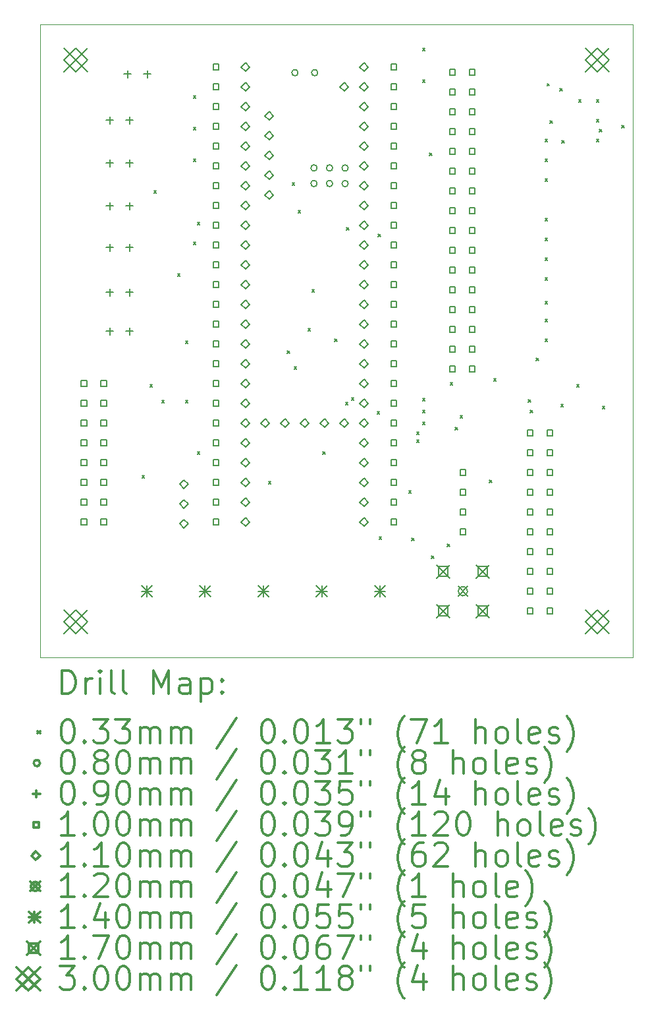
<source format=gbr>
%FSLAX45Y45*%
G04 Gerber Fmt 4.5, Leading zero omitted, Abs format (unit mm)*
G04 Created by KiCad (PCBNEW (5.1.4)-1) date 2021-11-01 00:37:35*
%MOMM*%
%LPD*%
G04 APERTURE LIST*
%ADD10C,0.025400*%
%ADD11C,0.200000*%
%ADD12C,0.300000*%
G04 APERTURE END LIST*
D10*
X2540000Y-2540000D02*
X2540000Y-10668000D01*
X2540000Y-10668000D02*
X10160000Y-10668000D01*
X10160000Y-2540000D02*
X10160000Y-10668000D01*
X2540000Y-2540000D02*
X10160000Y-2540000D01*
D11*
X3850640Y-8333740D02*
X3883660Y-8366760D01*
X3883660Y-8333740D02*
X3850640Y-8366760D01*
X3952240Y-7165340D02*
X3985260Y-7198360D01*
X3985260Y-7165340D02*
X3952240Y-7198360D01*
X4003040Y-4676140D02*
X4036060Y-4709160D01*
X4036060Y-4676140D02*
X4003040Y-4709160D01*
X4104640Y-7368540D02*
X4137660Y-7401560D01*
X4137660Y-7368540D02*
X4104640Y-7401560D01*
X4307840Y-5742940D02*
X4340860Y-5775960D01*
X4340860Y-5742940D02*
X4307840Y-5775960D01*
X4409440Y-6606540D02*
X4442460Y-6639560D01*
X4442460Y-6606540D02*
X4409440Y-6639560D01*
X4409440Y-7368540D02*
X4442460Y-7401560D01*
X4442460Y-7368540D02*
X4409440Y-7401560D01*
X4511040Y-3456940D02*
X4544060Y-3489960D01*
X4544060Y-3456940D02*
X4511040Y-3489960D01*
X4511040Y-3863340D02*
X4544060Y-3896360D01*
X4544060Y-3863340D02*
X4511040Y-3896360D01*
X4511040Y-4269740D02*
X4544060Y-4302760D01*
X4544060Y-4269740D02*
X4511040Y-4302760D01*
X4511040Y-5336540D02*
X4544060Y-5369560D01*
X4544060Y-5336540D02*
X4511040Y-5369560D01*
X4561840Y-5082540D02*
X4594860Y-5115560D01*
X4594860Y-5082540D02*
X4561840Y-5115560D01*
X4561840Y-8028940D02*
X4594860Y-8061960D01*
X4594860Y-8028940D02*
X4561840Y-8061960D01*
X5476240Y-8409940D02*
X5509260Y-8442960D01*
X5509260Y-8409940D02*
X5476240Y-8442960D01*
X5717540Y-6733540D02*
X5750560Y-6766560D01*
X5750560Y-6733540D02*
X5717540Y-6766560D01*
X5781040Y-4574540D02*
X5814060Y-4607560D01*
X5814060Y-4574540D02*
X5781040Y-4607560D01*
X5806440Y-6936740D02*
X5839460Y-6969760D01*
X5839460Y-6936740D02*
X5806440Y-6969760D01*
X5857240Y-4930140D02*
X5890260Y-4963160D01*
X5890260Y-4930140D02*
X5857240Y-4963160D01*
X5984240Y-6441440D02*
X6017260Y-6474460D01*
X6017260Y-6441440D02*
X5984240Y-6474460D01*
X6035040Y-5946140D02*
X6068060Y-5979160D01*
X6068060Y-5946140D02*
X6035040Y-5979160D01*
X6174740Y-8028940D02*
X6207760Y-8061960D01*
X6207760Y-8028940D02*
X6174740Y-8061960D01*
X6327140Y-6581140D02*
X6360160Y-6614160D01*
X6360160Y-6581140D02*
X6327140Y-6614160D01*
X6466840Y-7393940D02*
X6499860Y-7426960D01*
X6499860Y-7393940D02*
X6466840Y-7426960D01*
X6479540Y-5146040D02*
X6512560Y-5179060D01*
X6512560Y-5146040D02*
X6479540Y-5179060D01*
X6543040Y-7330440D02*
X6576060Y-7363460D01*
X6576060Y-7330440D02*
X6543040Y-7363460D01*
X6873240Y-7508240D02*
X6906260Y-7541260D01*
X6906260Y-7508240D02*
X6873240Y-7541260D01*
X6885940Y-5234940D02*
X6918960Y-5267960D01*
X6918960Y-5234940D02*
X6885940Y-5267960D01*
X6898640Y-9121140D02*
X6931660Y-9154160D01*
X6931660Y-9121140D02*
X6898640Y-9154160D01*
X7279640Y-8524240D02*
X7312660Y-8557260D01*
X7312660Y-8524240D02*
X7279640Y-8557260D01*
X7317740Y-9133840D02*
X7350760Y-9166860D01*
X7350760Y-9133840D02*
X7317740Y-9166860D01*
X7381240Y-7774940D02*
X7414260Y-7807960D01*
X7414260Y-7774940D02*
X7381240Y-7807960D01*
X7381240Y-7876540D02*
X7414260Y-7909560D01*
X7414260Y-7876540D02*
X7381240Y-7909560D01*
X7457440Y-2847340D02*
X7490460Y-2880360D01*
X7490460Y-2847340D02*
X7457440Y-2880360D01*
X7457440Y-3253740D02*
X7490460Y-3286760D01*
X7490460Y-3253740D02*
X7457440Y-3286760D01*
X7457440Y-7343140D02*
X7490460Y-7376160D01*
X7490460Y-7343140D02*
X7457440Y-7376160D01*
X7457440Y-7495540D02*
X7490460Y-7528560D01*
X7490460Y-7495540D02*
X7457440Y-7528560D01*
X7457440Y-7647940D02*
X7490460Y-7680960D01*
X7490460Y-7647940D02*
X7457440Y-7680960D01*
X7546340Y-4193540D02*
X7579360Y-4226560D01*
X7579360Y-4193540D02*
X7546340Y-4226560D01*
X7571740Y-9362440D02*
X7604760Y-9395460D01*
X7604760Y-9362440D02*
X7571740Y-9395460D01*
X7774940Y-9210040D02*
X7807960Y-9243060D01*
X7807960Y-9210040D02*
X7774940Y-9243060D01*
X7813040Y-7139940D02*
X7846060Y-7172960D01*
X7846060Y-7139940D02*
X7813040Y-7172960D01*
X7876540Y-7711440D02*
X7909560Y-7744460D01*
X7909560Y-7711440D02*
X7876540Y-7744460D01*
X7940040Y-7559040D02*
X7973060Y-7592060D01*
X7973060Y-7559040D02*
X7940040Y-7592060D01*
X8316970Y-8388610D02*
X8349990Y-8421630D01*
X8349990Y-8388610D02*
X8316970Y-8421630D01*
X8371840Y-7089140D02*
X8404860Y-7122160D01*
X8404860Y-7089140D02*
X8371840Y-7122160D01*
X8816340Y-7355840D02*
X8849360Y-7388860D01*
X8849360Y-7355840D02*
X8816340Y-7388860D01*
X8841740Y-7495540D02*
X8874760Y-7528560D01*
X8874760Y-7495540D02*
X8841740Y-7528560D01*
X8917940Y-6822440D02*
X8950960Y-6855460D01*
X8950960Y-6822440D02*
X8917940Y-6855460D01*
X9032240Y-4015740D02*
X9065260Y-4048760D01*
X9065260Y-4015740D02*
X9032240Y-4048760D01*
X9032240Y-4269740D02*
X9065260Y-4302760D01*
X9065260Y-4269740D02*
X9032240Y-4302760D01*
X9032240Y-4523740D02*
X9065260Y-4556760D01*
X9065260Y-4523740D02*
X9032240Y-4556760D01*
X9032240Y-5031740D02*
X9065260Y-5064760D01*
X9065260Y-5031740D02*
X9032240Y-5064760D01*
X9032240Y-5285740D02*
X9065260Y-5318760D01*
X9065260Y-5285740D02*
X9032240Y-5318760D01*
X9032240Y-5539740D02*
X9065260Y-5572760D01*
X9065260Y-5539740D02*
X9032240Y-5572760D01*
X9032240Y-5793740D02*
X9065260Y-5826760D01*
X9065260Y-5793740D02*
X9032240Y-5826760D01*
X9032240Y-6098540D02*
X9065260Y-6131560D01*
X9065260Y-6098540D02*
X9032240Y-6131560D01*
X9032240Y-6327140D02*
X9065260Y-6360160D01*
X9065260Y-6327140D02*
X9032240Y-6360160D01*
X9032240Y-6581140D02*
X9065260Y-6614160D01*
X9065260Y-6581140D02*
X9032240Y-6614160D01*
X9057640Y-3298190D02*
X9090660Y-3331210D01*
X9090660Y-3298190D02*
X9057640Y-3331210D01*
X9095740Y-3774440D02*
X9128760Y-3807460D01*
X9128760Y-3774440D02*
X9095740Y-3807460D01*
X9222740Y-3361690D02*
X9255760Y-3394710D01*
X9255760Y-3361690D02*
X9222740Y-3394710D01*
X9235440Y-7419340D02*
X9268460Y-7452360D01*
X9268460Y-7419340D02*
X9235440Y-7452360D01*
X9248140Y-4028440D02*
X9281160Y-4061460D01*
X9281160Y-4028440D02*
X9248140Y-4061460D01*
X9438640Y-7165340D02*
X9471660Y-7198360D01*
X9471660Y-7165340D02*
X9438640Y-7198360D01*
X9464040Y-3507740D02*
X9497060Y-3540760D01*
X9497060Y-3507740D02*
X9464040Y-3540760D01*
X9692640Y-3507740D02*
X9725660Y-3540760D01*
X9725660Y-3507740D02*
X9692640Y-3540760D01*
X9692640Y-3761740D02*
X9725660Y-3794760D01*
X9725660Y-3761740D02*
X9692640Y-3794760D01*
X9692640Y-4015740D02*
X9725660Y-4048760D01*
X9725660Y-4015740D02*
X9692640Y-4048760D01*
X9730740Y-3888740D02*
X9763760Y-3921760D01*
X9763760Y-3888740D02*
X9730740Y-3921760D01*
X9768840Y-7444740D02*
X9801860Y-7477760D01*
X9801860Y-7444740D02*
X9768840Y-7477760D01*
X10016490Y-3837940D02*
X10049510Y-3870960D01*
X10049510Y-3837940D02*
X10016490Y-3870960D01*
X5856950Y-3159450D02*
G75*
G03X5856950Y-3159450I-40000J0D01*
G01*
X6102110Y-4383450D02*
G75*
G03X6102110Y-4383450I-40000J0D01*
G01*
X6102110Y-4583450D02*
G75*
G03X6102110Y-4583450I-40000J0D01*
G01*
X6110950Y-3159450D02*
G75*
G03X6110950Y-3159450I-40000J0D01*
G01*
X6302110Y-4383450D02*
G75*
G03X6302110Y-4383450I-40000J0D01*
G01*
X6302110Y-4583450D02*
G75*
G03X6302110Y-4583450I-40000J0D01*
G01*
X6502110Y-4383450D02*
G75*
G03X6502110Y-4383450I-40000J0D01*
G01*
X6502110Y-4583450D02*
G75*
G03X6502110Y-4583450I-40000J0D01*
G01*
X3663950Y-3133650D02*
X3663950Y-3223650D01*
X3618950Y-3178650D02*
X3708950Y-3178650D01*
X3917950Y-3133650D02*
X3917950Y-3223650D01*
X3872950Y-3178650D02*
X3962950Y-3178650D01*
X3436950Y-6435650D02*
X3436950Y-6525650D01*
X3391950Y-6480650D02*
X3481950Y-6480650D01*
X3690950Y-6435650D02*
X3690950Y-6525650D01*
X3645950Y-6480650D02*
X3735950Y-6480650D01*
X3436950Y-3725650D02*
X3436950Y-3815650D01*
X3391950Y-3770650D02*
X3481950Y-3770650D01*
X3690950Y-3725650D02*
X3690950Y-3815650D01*
X3645950Y-3770650D02*
X3735950Y-3770650D01*
X3436950Y-5360050D02*
X3436950Y-5450050D01*
X3391950Y-5405050D02*
X3481950Y-5405050D01*
X3690950Y-5360050D02*
X3690950Y-5450050D01*
X3645950Y-5405050D02*
X3735950Y-5405050D01*
X3436950Y-5934450D02*
X3436950Y-6024450D01*
X3391950Y-5979450D02*
X3481950Y-5979450D01*
X3690950Y-5934450D02*
X3690950Y-6024450D01*
X3645950Y-5979450D02*
X3735950Y-5979450D01*
X3436950Y-4275650D02*
X3436950Y-4365650D01*
X3391950Y-4320650D02*
X3481950Y-4320650D01*
X3690950Y-4275650D02*
X3690950Y-4365650D01*
X3645950Y-4320650D02*
X3735950Y-4320650D01*
X3436950Y-4825650D02*
X3436950Y-4915650D01*
X3391950Y-4870650D02*
X3481950Y-4870650D01*
X3690950Y-4825650D02*
X3690950Y-4915650D01*
X3645950Y-4870650D02*
X3735950Y-4870650D01*
X4836306Y-3121806D02*
X4836306Y-3051094D01*
X4765594Y-3051094D01*
X4765594Y-3121806D01*
X4836306Y-3121806D01*
X4836306Y-3375806D02*
X4836306Y-3305094D01*
X4765594Y-3305094D01*
X4765594Y-3375806D01*
X4836306Y-3375806D01*
X4836306Y-3629806D02*
X4836306Y-3559094D01*
X4765594Y-3559094D01*
X4765594Y-3629806D01*
X4836306Y-3629806D01*
X4836306Y-3883806D02*
X4836306Y-3813094D01*
X4765594Y-3813094D01*
X4765594Y-3883806D01*
X4836306Y-3883806D01*
X4836306Y-4137806D02*
X4836306Y-4067094D01*
X4765594Y-4067094D01*
X4765594Y-4137806D01*
X4836306Y-4137806D01*
X4836306Y-4391806D02*
X4836306Y-4321094D01*
X4765594Y-4321094D01*
X4765594Y-4391806D01*
X4836306Y-4391806D01*
X4836306Y-4645806D02*
X4836306Y-4575094D01*
X4765594Y-4575094D01*
X4765594Y-4645806D01*
X4836306Y-4645806D01*
X4836306Y-4899806D02*
X4836306Y-4829094D01*
X4765594Y-4829094D01*
X4765594Y-4899806D01*
X4836306Y-4899806D01*
X4836306Y-5153806D02*
X4836306Y-5083094D01*
X4765594Y-5083094D01*
X4765594Y-5153806D01*
X4836306Y-5153806D01*
X4836306Y-5407806D02*
X4836306Y-5337094D01*
X4765594Y-5337094D01*
X4765594Y-5407806D01*
X4836306Y-5407806D01*
X4836306Y-5661806D02*
X4836306Y-5591094D01*
X4765594Y-5591094D01*
X4765594Y-5661806D01*
X4836306Y-5661806D01*
X4836306Y-5915806D02*
X4836306Y-5845094D01*
X4765594Y-5845094D01*
X4765594Y-5915806D01*
X4836306Y-5915806D01*
X4836306Y-6169806D02*
X4836306Y-6099094D01*
X4765594Y-6099094D01*
X4765594Y-6169806D01*
X4836306Y-6169806D01*
X4836306Y-6423806D02*
X4836306Y-6353094D01*
X4765594Y-6353094D01*
X4765594Y-6423806D01*
X4836306Y-6423806D01*
X4836306Y-6677806D02*
X4836306Y-6607094D01*
X4765594Y-6607094D01*
X4765594Y-6677806D01*
X4836306Y-6677806D01*
X4836306Y-6931806D02*
X4836306Y-6861094D01*
X4765594Y-6861094D01*
X4765594Y-6931806D01*
X4836306Y-6931806D01*
X4836306Y-7185806D02*
X4836306Y-7115094D01*
X4765594Y-7115094D01*
X4765594Y-7185806D01*
X4836306Y-7185806D01*
X4836306Y-7439806D02*
X4836306Y-7369094D01*
X4765594Y-7369094D01*
X4765594Y-7439806D01*
X4836306Y-7439806D01*
X4836306Y-7693806D02*
X4836306Y-7623094D01*
X4765594Y-7623094D01*
X4765594Y-7693806D01*
X4836306Y-7693806D01*
X4836306Y-7947806D02*
X4836306Y-7877094D01*
X4765594Y-7877094D01*
X4765594Y-7947806D01*
X4836306Y-7947806D01*
X4836306Y-8201806D02*
X4836306Y-8131094D01*
X4765594Y-8131094D01*
X4765594Y-8201806D01*
X4836306Y-8201806D01*
X4836306Y-8455806D02*
X4836306Y-8385094D01*
X4765594Y-8385094D01*
X4765594Y-8455806D01*
X4836306Y-8455806D01*
X4836306Y-8709806D02*
X4836306Y-8639094D01*
X4765594Y-8639094D01*
X4765594Y-8709806D01*
X4836306Y-8709806D01*
X4836306Y-8963806D02*
X4836306Y-8893094D01*
X4765594Y-8893094D01*
X4765594Y-8963806D01*
X4836306Y-8963806D01*
X3140506Y-7185806D02*
X3140506Y-7115094D01*
X3069794Y-7115094D01*
X3069794Y-7185806D01*
X3140506Y-7185806D01*
X3140506Y-7439806D02*
X3140506Y-7369094D01*
X3069794Y-7369094D01*
X3069794Y-7439806D01*
X3140506Y-7439806D01*
X3140506Y-7693806D02*
X3140506Y-7623094D01*
X3069794Y-7623094D01*
X3069794Y-7693806D01*
X3140506Y-7693806D01*
X3140506Y-7947806D02*
X3140506Y-7877094D01*
X3069794Y-7877094D01*
X3069794Y-7947806D01*
X3140506Y-7947806D01*
X3140506Y-8201806D02*
X3140506Y-8131094D01*
X3069794Y-8131094D01*
X3069794Y-8201806D01*
X3140506Y-8201806D01*
X3140506Y-8455806D02*
X3140506Y-8385094D01*
X3069794Y-8385094D01*
X3069794Y-8455806D01*
X3140506Y-8455806D01*
X3140506Y-8709806D02*
X3140506Y-8639094D01*
X3069794Y-8639094D01*
X3069794Y-8709806D01*
X3140506Y-8709806D01*
X3140506Y-8963806D02*
X3140506Y-8893094D01*
X3069794Y-8893094D01*
X3069794Y-8963806D01*
X3140506Y-8963806D01*
X3394506Y-7185806D02*
X3394506Y-7115094D01*
X3323794Y-7115094D01*
X3323794Y-7185806D01*
X3394506Y-7185806D01*
X3394506Y-7439806D02*
X3394506Y-7369094D01*
X3323794Y-7369094D01*
X3323794Y-7439806D01*
X3394506Y-7439806D01*
X3394506Y-7693806D02*
X3394506Y-7623094D01*
X3323794Y-7623094D01*
X3323794Y-7693806D01*
X3394506Y-7693806D01*
X3394506Y-7947806D02*
X3394506Y-7877094D01*
X3323794Y-7877094D01*
X3323794Y-7947806D01*
X3394506Y-7947806D01*
X3394506Y-8201806D02*
X3394506Y-8131094D01*
X3323794Y-8131094D01*
X3323794Y-8201806D01*
X3394506Y-8201806D01*
X3394506Y-8455806D02*
X3394506Y-8385094D01*
X3323794Y-8385094D01*
X3323794Y-8455806D01*
X3394506Y-8455806D01*
X3394506Y-8709806D02*
X3394506Y-8639094D01*
X3323794Y-8639094D01*
X3323794Y-8709806D01*
X3394506Y-8709806D01*
X3394506Y-8963806D02*
X3394506Y-8893094D01*
X3323794Y-8893094D01*
X3323794Y-8963806D01*
X3394506Y-8963806D01*
X7878706Y-3189006D02*
X7878706Y-3118294D01*
X7807994Y-3118294D01*
X7807994Y-3189006D01*
X7878706Y-3189006D01*
X7878706Y-3443006D02*
X7878706Y-3372294D01*
X7807994Y-3372294D01*
X7807994Y-3443006D01*
X7878706Y-3443006D01*
X7878706Y-3697006D02*
X7878706Y-3626294D01*
X7807994Y-3626294D01*
X7807994Y-3697006D01*
X7878706Y-3697006D01*
X7878706Y-3951006D02*
X7878706Y-3880294D01*
X7807994Y-3880294D01*
X7807994Y-3951006D01*
X7878706Y-3951006D01*
X7878706Y-4205006D02*
X7878706Y-4134294D01*
X7807994Y-4134294D01*
X7807994Y-4205006D01*
X7878706Y-4205006D01*
X7878706Y-4459006D02*
X7878706Y-4388294D01*
X7807994Y-4388294D01*
X7807994Y-4459006D01*
X7878706Y-4459006D01*
X7878706Y-4713006D02*
X7878706Y-4642294D01*
X7807994Y-4642294D01*
X7807994Y-4713006D01*
X7878706Y-4713006D01*
X7878706Y-4967006D02*
X7878706Y-4896294D01*
X7807994Y-4896294D01*
X7807994Y-4967006D01*
X7878706Y-4967006D01*
X7878706Y-5221006D02*
X7878706Y-5150294D01*
X7807994Y-5150294D01*
X7807994Y-5221006D01*
X7878706Y-5221006D01*
X7878706Y-5475006D02*
X7878706Y-5404294D01*
X7807994Y-5404294D01*
X7807994Y-5475006D01*
X7878706Y-5475006D01*
X7878706Y-5729006D02*
X7878706Y-5658294D01*
X7807994Y-5658294D01*
X7807994Y-5729006D01*
X7878706Y-5729006D01*
X7878706Y-5983006D02*
X7878706Y-5912294D01*
X7807994Y-5912294D01*
X7807994Y-5983006D01*
X7878706Y-5983006D01*
X7878706Y-6237006D02*
X7878706Y-6166294D01*
X7807994Y-6166294D01*
X7807994Y-6237006D01*
X7878706Y-6237006D01*
X7878706Y-6491006D02*
X7878706Y-6420294D01*
X7807994Y-6420294D01*
X7807994Y-6491006D01*
X7878706Y-6491006D01*
X7878706Y-6745006D02*
X7878706Y-6674294D01*
X7807994Y-6674294D01*
X7807994Y-6745006D01*
X7878706Y-6745006D01*
X7878706Y-6999006D02*
X7878706Y-6928294D01*
X7807994Y-6928294D01*
X7807994Y-6999006D01*
X7878706Y-6999006D01*
X8132706Y-3189006D02*
X8132706Y-3118294D01*
X8061994Y-3118294D01*
X8061994Y-3189006D01*
X8132706Y-3189006D01*
X8132706Y-3443006D02*
X8132706Y-3372294D01*
X8061994Y-3372294D01*
X8061994Y-3443006D01*
X8132706Y-3443006D01*
X8132706Y-3697006D02*
X8132706Y-3626294D01*
X8061994Y-3626294D01*
X8061994Y-3697006D01*
X8132706Y-3697006D01*
X8132706Y-3951006D02*
X8132706Y-3880294D01*
X8061994Y-3880294D01*
X8061994Y-3951006D01*
X8132706Y-3951006D01*
X8132706Y-4205006D02*
X8132706Y-4134294D01*
X8061994Y-4134294D01*
X8061994Y-4205006D01*
X8132706Y-4205006D01*
X8132706Y-4459006D02*
X8132706Y-4388294D01*
X8061994Y-4388294D01*
X8061994Y-4459006D01*
X8132706Y-4459006D01*
X8132706Y-4713006D02*
X8132706Y-4642294D01*
X8061994Y-4642294D01*
X8061994Y-4713006D01*
X8132706Y-4713006D01*
X8132706Y-4967006D02*
X8132706Y-4896294D01*
X8061994Y-4896294D01*
X8061994Y-4967006D01*
X8132706Y-4967006D01*
X8132706Y-5221006D02*
X8132706Y-5150294D01*
X8061994Y-5150294D01*
X8061994Y-5221006D01*
X8132706Y-5221006D01*
X8132706Y-5475006D02*
X8132706Y-5404294D01*
X8061994Y-5404294D01*
X8061994Y-5475006D01*
X8132706Y-5475006D01*
X8132706Y-5729006D02*
X8132706Y-5658294D01*
X8061994Y-5658294D01*
X8061994Y-5729006D01*
X8132706Y-5729006D01*
X8132706Y-5983006D02*
X8132706Y-5912294D01*
X8061994Y-5912294D01*
X8061994Y-5983006D01*
X8132706Y-5983006D01*
X8132706Y-6237006D02*
X8132706Y-6166294D01*
X8061994Y-6166294D01*
X8061994Y-6237006D01*
X8132706Y-6237006D01*
X8132706Y-6491006D02*
X8132706Y-6420294D01*
X8061994Y-6420294D01*
X8061994Y-6491006D01*
X8132706Y-6491006D01*
X8132706Y-6745006D02*
X8132706Y-6674294D01*
X8061994Y-6674294D01*
X8061994Y-6745006D01*
X8132706Y-6745006D01*
X8132706Y-6999006D02*
X8132706Y-6928294D01*
X8061994Y-6928294D01*
X8061994Y-6999006D01*
X8132706Y-6999006D01*
X8011306Y-8328806D02*
X8011306Y-8258094D01*
X7940594Y-8258094D01*
X7940594Y-8328806D01*
X8011306Y-8328806D01*
X8011306Y-8582806D02*
X8011306Y-8512094D01*
X7940594Y-8512094D01*
X7940594Y-8582806D01*
X8011306Y-8582806D01*
X8011306Y-8836806D02*
X8011306Y-8766094D01*
X7940594Y-8766094D01*
X7940594Y-8836806D01*
X8011306Y-8836806D01*
X8011306Y-9090806D02*
X8011306Y-9020094D01*
X7940594Y-9020094D01*
X7940594Y-9090806D01*
X8011306Y-9090806D01*
X7122306Y-3121806D02*
X7122306Y-3051094D01*
X7051594Y-3051094D01*
X7051594Y-3121806D01*
X7122306Y-3121806D01*
X7122306Y-3375806D02*
X7122306Y-3305094D01*
X7051594Y-3305094D01*
X7051594Y-3375806D01*
X7122306Y-3375806D01*
X7122306Y-3629806D02*
X7122306Y-3559094D01*
X7051594Y-3559094D01*
X7051594Y-3629806D01*
X7122306Y-3629806D01*
X7122306Y-3883806D02*
X7122306Y-3813094D01*
X7051594Y-3813094D01*
X7051594Y-3883806D01*
X7122306Y-3883806D01*
X7122306Y-4137806D02*
X7122306Y-4067094D01*
X7051594Y-4067094D01*
X7051594Y-4137806D01*
X7122306Y-4137806D01*
X7122306Y-4391806D02*
X7122306Y-4321094D01*
X7051594Y-4321094D01*
X7051594Y-4391806D01*
X7122306Y-4391806D01*
X7122306Y-4645806D02*
X7122306Y-4575094D01*
X7051594Y-4575094D01*
X7051594Y-4645806D01*
X7122306Y-4645806D01*
X7122306Y-4899806D02*
X7122306Y-4829094D01*
X7051594Y-4829094D01*
X7051594Y-4899806D01*
X7122306Y-4899806D01*
X7122306Y-5153806D02*
X7122306Y-5083094D01*
X7051594Y-5083094D01*
X7051594Y-5153806D01*
X7122306Y-5153806D01*
X7122306Y-5407806D02*
X7122306Y-5337094D01*
X7051594Y-5337094D01*
X7051594Y-5407806D01*
X7122306Y-5407806D01*
X7122306Y-5661806D02*
X7122306Y-5591094D01*
X7051594Y-5591094D01*
X7051594Y-5661806D01*
X7122306Y-5661806D01*
X7122306Y-5915806D02*
X7122306Y-5845094D01*
X7051594Y-5845094D01*
X7051594Y-5915806D01*
X7122306Y-5915806D01*
X7122306Y-6169806D02*
X7122306Y-6099094D01*
X7051594Y-6099094D01*
X7051594Y-6169806D01*
X7122306Y-6169806D01*
X7122306Y-6423806D02*
X7122306Y-6353094D01*
X7051594Y-6353094D01*
X7051594Y-6423806D01*
X7122306Y-6423806D01*
X7122306Y-6677806D02*
X7122306Y-6607094D01*
X7051594Y-6607094D01*
X7051594Y-6677806D01*
X7122306Y-6677806D01*
X7122306Y-6931806D02*
X7122306Y-6861094D01*
X7051594Y-6861094D01*
X7051594Y-6931806D01*
X7122306Y-6931806D01*
X7122306Y-7185806D02*
X7122306Y-7115094D01*
X7051594Y-7115094D01*
X7051594Y-7185806D01*
X7122306Y-7185806D01*
X7122306Y-7439806D02*
X7122306Y-7369094D01*
X7051594Y-7369094D01*
X7051594Y-7439806D01*
X7122306Y-7439806D01*
X7122306Y-7693806D02*
X7122306Y-7623094D01*
X7051594Y-7623094D01*
X7051594Y-7693806D01*
X7122306Y-7693806D01*
X7122306Y-7947806D02*
X7122306Y-7877094D01*
X7051594Y-7877094D01*
X7051594Y-7947806D01*
X7122306Y-7947806D01*
X7122306Y-8201806D02*
X7122306Y-8131094D01*
X7051594Y-8131094D01*
X7051594Y-8201806D01*
X7122306Y-8201806D01*
X7122306Y-8455806D02*
X7122306Y-8385094D01*
X7051594Y-8385094D01*
X7051594Y-8455806D01*
X7122306Y-8455806D01*
X7122306Y-8709806D02*
X7122306Y-8639094D01*
X7051594Y-8639094D01*
X7051594Y-8709806D01*
X7122306Y-8709806D01*
X7122306Y-8963806D02*
X7122306Y-8893094D01*
X7051594Y-8893094D01*
X7051594Y-8963806D01*
X7122306Y-8963806D01*
X8874906Y-7820806D02*
X8874906Y-7750094D01*
X8804194Y-7750094D01*
X8804194Y-7820806D01*
X8874906Y-7820806D01*
X8874906Y-8074806D02*
X8874906Y-8004094D01*
X8804194Y-8004094D01*
X8804194Y-8074806D01*
X8874906Y-8074806D01*
X8874906Y-8328806D02*
X8874906Y-8258094D01*
X8804194Y-8258094D01*
X8804194Y-8328806D01*
X8874906Y-8328806D01*
X8874906Y-8582806D02*
X8874906Y-8512094D01*
X8804194Y-8512094D01*
X8804194Y-8582806D01*
X8874906Y-8582806D01*
X8874906Y-8836806D02*
X8874906Y-8766094D01*
X8804194Y-8766094D01*
X8804194Y-8836806D01*
X8874906Y-8836806D01*
X8874906Y-9090806D02*
X8874906Y-9020094D01*
X8804194Y-9020094D01*
X8804194Y-9090806D01*
X8874906Y-9090806D01*
X8874906Y-9344806D02*
X8874906Y-9274094D01*
X8804194Y-9274094D01*
X8804194Y-9344806D01*
X8874906Y-9344806D01*
X8874906Y-9598806D02*
X8874906Y-9528094D01*
X8804194Y-9528094D01*
X8804194Y-9598806D01*
X8874906Y-9598806D01*
X8874906Y-9852806D02*
X8874906Y-9782094D01*
X8804194Y-9782094D01*
X8804194Y-9852806D01*
X8874906Y-9852806D01*
X8874906Y-10106806D02*
X8874906Y-10036094D01*
X8804194Y-10036094D01*
X8804194Y-10106806D01*
X8874906Y-10106806D01*
X9128906Y-7820806D02*
X9128906Y-7750094D01*
X9058194Y-7750094D01*
X9058194Y-7820806D01*
X9128906Y-7820806D01*
X9128906Y-8074806D02*
X9128906Y-8004094D01*
X9058194Y-8004094D01*
X9058194Y-8074806D01*
X9128906Y-8074806D01*
X9128906Y-8328806D02*
X9128906Y-8258094D01*
X9058194Y-8258094D01*
X9058194Y-8328806D01*
X9128906Y-8328806D01*
X9128906Y-8582806D02*
X9128906Y-8512094D01*
X9058194Y-8512094D01*
X9058194Y-8582806D01*
X9128906Y-8582806D01*
X9128906Y-8836806D02*
X9128906Y-8766094D01*
X9058194Y-8766094D01*
X9058194Y-8836806D01*
X9128906Y-8836806D01*
X9128906Y-9090806D02*
X9128906Y-9020094D01*
X9058194Y-9020094D01*
X9058194Y-9090806D01*
X9128906Y-9090806D01*
X9128906Y-9344806D02*
X9128906Y-9274094D01*
X9058194Y-9274094D01*
X9058194Y-9344806D01*
X9128906Y-9344806D01*
X9128906Y-9598806D02*
X9128906Y-9528094D01*
X9058194Y-9528094D01*
X9058194Y-9598806D01*
X9128906Y-9598806D01*
X9128906Y-9852806D02*
X9128906Y-9782094D01*
X9058194Y-9782094D01*
X9058194Y-9852806D01*
X9128906Y-9852806D01*
X9128906Y-10106806D02*
X9128906Y-10036094D01*
X9058194Y-10036094D01*
X9058194Y-10106806D01*
X9128906Y-10106806D01*
X5181950Y-3141450D02*
X5236950Y-3086450D01*
X5181950Y-3031450D01*
X5126950Y-3086450D01*
X5181950Y-3141450D01*
X5181950Y-3395450D02*
X5236950Y-3340450D01*
X5181950Y-3285450D01*
X5126950Y-3340450D01*
X5181950Y-3395450D01*
X5181950Y-3649450D02*
X5236950Y-3594450D01*
X5181950Y-3539450D01*
X5126950Y-3594450D01*
X5181950Y-3649450D01*
X5181950Y-3903450D02*
X5236950Y-3848450D01*
X5181950Y-3793450D01*
X5126950Y-3848450D01*
X5181950Y-3903450D01*
X5181950Y-4157450D02*
X5236950Y-4102450D01*
X5181950Y-4047450D01*
X5126950Y-4102450D01*
X5181950Y-4157450D01*
X5181950Y-4411450D02*
X5236950Y-4356450D01*
X5181950Y-4301450D01*
X5126950Y-4356450D01*
X5181950Y-4411450D01*
X5181950Y-4665450D02*
X5236950Y-4610450D01*
X5181950Y-4555450D01*
X5126950Y-4610450D01*
X5181950Y-4665450D01*
X5181950Y-4919450D02*
X5236950Y-4864450D01*
X5181950Y-4809450D01*
X5126950Y-4864450D01*
X5181950Y-4919450D01*
X5181950Y-5173450D02*
X5236950Y-5118450D01*
X5181950Y-5063450D01*
X5126950Y-5118450D01*
X5181950Y-5173450D01*
X5181950Y-5427450D02*
X5236950Y-5372450D01*
X5181950Y-5317450D01*
X5126950Y-5372450D01*
X5181950Y-5427450D01*
X5181950Y-5681450D02*
X5236950Y-5626450D01*
X5181950Y-5571450D01*
X5126950Y-5626450D01*
X5181950Y-5681450D01*
X5181950Y-5935450D02*
X5236950Y-5880450D01*
X5181950Y-5825450D01*
X5126950Y-5880450D01*
X5181950Y-5935450D01*
X5181950Y-6189450D02*
X5236950Y-6134450D01*
X5181950Y-6079450D01*
X5126950Y-6134450D01*
X5181950Y-6189450D01*
X5181950Y-6443450D02*
X5236950Y-6388450D01*
X5181950Y-6333450D01*
X5126950Y-6388450D01*
X5181950Y-6443450D01*
X5181950Y-6697450D02*
X5236950Y-6642450D01*
X5181950Y-6587450D01*
X5126950Y-6642450D01*
X5181950Y-6697450D01*
X5181950Y-6951450D02*
X5236950Y-6896450D01*
X5181950Y-6841450D01*
X5126950Y-6896450D01*
X5181950Y-6951450D01*
X5181950Y-7205450D02*
X5236950Y-7150450D01*
X5181950Y-7095450D01*
X5126950Y-7150450D01*
X5181950Y-7205450D01*
X5181950Y-7459450D02*
X5236950Y-7404450D01*
X5181950Y-7349450D01*
X5126950Y-7404450D01*
X5181950Y-7459450D01*
X5181950Y-7713450D02*
X5236950Y-7658450D01*
X5181950Y-7603450D01*
X5126950Y-7658450D01*
X5181950Y-7713450D01*
X5181950Y-7967450D02*
X5236950Y-7912450D01*
X5181950Y-7857450D01*
X5126950Y-7912450D01*
X5181950Y-7967450D01*
X5181950Y-8221450D02*
X5236950Y-8166450D01*
X5181950Y-8111450D01*
X5126950Y-8166450D01*
X5181950Y-8221450D01*
X5181950Y-8475450D02*
X5236950Y-8420450D01*
X5181950Y-8365450D01*
X5126950Y-8420450D01*
X5181950Y-8475450D01*
X5181950Y-8729450D02*
X5236950Y-8674450D01*
X5181950Y-8619450D01*
X5126950Y-8674450D01*
X5181950Y-8729450D01*
X5181950Y-8983450D02*
X5236950Y-8928450D01*
X5181950Y-8873450D01*
X5126950Y-8928450D01*
X5181950Y-8983450D01*
X5435950Y-7713450D02*
X5490950Y-7658450D01*
X5435950Y-7603450D01*
X5380950Y-7658450D01*
X5435950Y-7713450D01*
X5487030Y-3771370D02*
X5542030Y-3716370D01*
X5487030Y-3661370D01*
X5432030Y-3716370D01*
X5487030Y-3771370D01*
X5487030Y-4025370D02*
X5542030Y-3970370D01*
X5487030Y-3915370D01*
X5432030Y-3970370D01*
X5487030Y-4025370D01*
X5487030Y-4279370D02*
X5542030Y-4224370D01*
X5487030Y-4169370D01*
X5432030Y-4224370D01*
X5487030Y-4279370D01*
X5487030Y-4533370D02*
X5542030Y-4478370D01*
X5487030Y-4423370D01*
X5432030Y-4478370D01*
X5487030Y-4533370D01*
X5487030Y-4787370D02*
X5542030Y-4732370D01*
X5487030Y-4677370D01*
X5432030Y-4732370D01*
X5487030Y-4787370D01*
X5689950Y-7713450D02*
X5744950Y-7658450D01*
X5689950Y-7603450D01*
X5634950Y-7658450D01*
X5689950Y-7713450D01*
X5943950Y-7713450D02*
X5998950Y-7658450D01*
X5943950Y-7603450D01*
X5888950Y-7658450D01*
X5943950Y-7713450D01*
X6197950Y-7713450D02*
X6252950Y-7658450D01*
X6197950Y-7603450D01*
X6142950Y-7658450D01*
X6197950Y-7713450D01*
X6451950Y-3395450D02*
X6506950Y-3340450D01*
X6451950Y-3285450D01*
X6396950Y-3340450D01*
X6451950Y-3395450D01*
X6451950Y-7713450D02*
X6506950Y-7658450D01*
X6451950Y-7603450D01*
X6396950Y-7658450D01*
X6451950Y-7713450D01*
X6705950Y-3141450D02*
X6760950Y-3086450D01*
X6705950Y-3031450D01*
X6650950Y-3086450D01*
X6705950Y-3141450D01*
X6705950Y-3395450D02*
X6760950Y-3340450D01*
X6705950Y-3285450D01*
X6650950Y-3340450D01*
X6705950Y-3395450D01*
X6705950Y-3649450D02*
X6760950Y-3594450D01*
X6705950Y-3539450D01*
X6650950Y-3594450D01*
X6705950Y-3649450D01*
X6705950Y-3903450D02*
X6760950Y-3848450D01*
X6705950Y-3793450D01*
X6650950Y-3848450D01*
X6705950Y-3903450D01*
X6705950Y-4157450D02*
X6760950Y-4102450D01*
X6705950Y-4047450D01*
X6650950Y-4102450D01*
X6705950Y-4157450D01*
X6705950Y-4411450D02*
X6760950Y-4356450D01*
X6705950Y-4301450D01*
X6650950Y-4356450D01*
X6705950Y-4411450D01*
X6705950Y-4665450D02*
X6760950Y-4610450D01*
X6705950Y-4555450D01*
X6650950Y-4610450D01*
X6705950Y-4665450D01*
X6705950Y-4919450D02*
X6760950Y-4864450D01*
X6705950Y-4809450D01*
X6650950Y-4864450D01*
X6705950Y-4919450D01*
X6705950Y-5173450D02*
X6760950Y-5118450D01*
X6705950Y-5063450D01*
X6650950Y-5118450D01*
X6705950Y-5173450D01*
X6705950Y-5427450D02*
X6760950Y-5372450D01*
X6705950Y-5317450D01*
X6650950Y-5372450D01*
X6705950Y-5427450D01*
X6705950Y-5681450D02*
X6760950Y-5626450D01*
X6705950Y-5571450D01*
X6650950Y-5626450D01*
X6705950Y-5681450D01*
X6705950Y-5935450D02*
X6760950Y-5880450D01*
X6705950Y-5825450D01*
X6650950Y-5880450D01*
X6705950Y-5935450D01*
X6705950Y-6189450D02*
X6760950Y-6134450D01*
X6705950Y-6079450D01*
X6650950Y-6134450D01*
X6705950Y-6189450D01*
X6705950Y-6443450D02*
X6760950Y-6388450D01*
X6705950Y-6333450D01*
X6650950Y-6388450D01*
X6705950Y-6443450D01*
X6705950Y-6697450D02*
X6760950Y-6642450D01*
X6705950Y-6587450D01*
X6650950Y-6642450D01*
X6705950Y-6697450D01*
X6705950Y-6951450D02*
X6760950Y-6896450D01*
X6705950Y-6841450D01*
X6650950Y-6896450D01*
X6705950Y-6951450D01*
X6705950Y-7205450D02*
X6760950Y-7150450D01*
X6705950Y-7095450D01*
X6650950Y-7150450D01*
X6705950Y-7205450D01*
X6705950Y-7459450D02*
X6760950Y-7404450D01*
X6705950Y-7349450D01*
X6650950Y-7404450D01*
X6705950Y-7459450D01*
X6705950Y-7713450D02*
X6760950Y-7658450D01*
X6705950Y-7603450D01*
X6650950Y-7658450D01*
X6705950Y-7713450D01*
X6705950Y-7967450D02*
X6760950Y-7912450D01*
X6705950Y-7857450D01*
X6650950Y-7912450D01*
X6705950Y-7967450D01*
X6705950Y-8221450D02*
X6760950Y-8166450D01*
X6705950Y-8111450D01*
X6650950Y-8166450D01*
X6705950Y-8221450D01*
X6705950Y-8475450D02*
X6760950Y-8420450D01*
X6705950Y-8365450D01*
X6650950Y-8420450D01*
X6705950Y-8475450D01*
X6705950Y-8729450D02*
X6760950Y-8674450D01*
X6705950Y-8619450D01*
X6650950Y-8674450D01*
X6705950Y-8729450D01*
X6705950Y-8983450D02*
X6760950Y-8928450D01*
X6705950Y-8873450D01*
X6650950Y-8928450D01*
X6705950Y-8983450D01*
X4390950Y-8499450D02*
X4445950Y-8444450D01*
X4390950Y-8389450D01*
X4335950Y-8444450D01*
X4390950Y-8499450D01*
X4390950Y-8753450D02*
X4445950Y-8698450D01*
X4390950Y-8643450D01*
X4335950Y-8698450D01*
X4390950Y-8753450D01*
X4390950Y-9007450D02*
X4445950Y-8952450D01*
X4390950Y-8897450D01*
X4335950Y-8952450D01*
X4390950Y-9007450D01*
X7915950Y-9757450D02*
X8035950Y-9877450D01*
X8035950Y-9757450D02*
X7915950Y-9877450D01*
X8035950Y-9817450D02*
G75*
G03X8035950Y-9817450I-60000J0D01*
G01*
X3841950Y-9747450D02*
X3981950Y-9887450D01*
X3981950Y-9747450D02*
X3841950Y-9887450D01*
X3911950Y-9747450D02*
X3911950Y-9887450D01*
X3841950Y-9817450D02*
X3981950Y-9817450D01*
X4591950Y-9747450D02*
X4731950Y-9887450D01*
X4731950Y-9747450D02*
X4591950Y-9887450D01*
X4661950Y-9747450D02*
X4661950Y-9887450D01*
X4591950Y-9817450D02*
X4731950Y-9817450D01*
X5341950Y-9747450D02*
X5481950Y-9887450D01*
X5481950Y-9747450D02*
X5341950Y-9887450D01*
X5411950Y-9747450D02*
X5411950Y-9887450D01*
X5341950Y-9817450D02*
X5481950Y-9817450D01*
X6091950Y-9747450D02*
X6231950Y-9887450D01*
X6231950Y-9747450D02*
X6091950Y-9887450D01*
X6161950Y-9747450D02*
X6161950Y-9887450D01*
X6091950Y-9817450D02*
X6231950Y-9817450D01*
X6841950Y-9747450D02*
X6981950Y-9887450D01*
X6981950Y-9747450D02*
X6841950Y-9887450D01*
X6911950Y-9747450D02*
X6911950Y-9887450D01*
X6841950Y-9817450D02*
X6981950Y-9817450D01*
X7636950Y-9478450D02*
X7806950Y-9648450D01*
X7806950Y-9478450D02*
X7636950Y-9648450D01*
X7782055Y-9623555D02*
X7782055Y-9503345D01*
X7661845Y-9503345D01*
X7661845Y-9623555D01*
X7782055Y-9623555D01*
X7636950Y-9986450D02*
X7806950Y-10156450D01*
X7806950Y-9986450D02*
X7636950Y-10156450D01*
X7782055Y-10131555D02*
X7782055Y-10011345D01*
X7661845Y-10011345D01*
X7661845Y-10131555D01*
X7782055Y-10131555D01*
X8144950Y-9478450D02*
X8314950Y-9648450D01*
X8314950Y-9478450D02*
X8144950Y-9648450D01*
X8290055Y-9623555D02*
X8290055Y-9503345D01*
X8169845Y-9503345D01*
X8169845Y-9623555D01*
X8290055Y-9623555D01*
X8144950Y-9986450D02*
X8314950Y-10156450D01*
X8314950Y-9986450D02*
X8144950Y-10156450D01*
X8290055Y-10131555D02*
X8290055Y-10011345D01*
X8169845Y-10011345D01*
X8169845Y-10131555D01*
X8290055Y-10131555D01*
X9552800Y-2847200D02*
X9852800Y-3147200D01*
X9852800Y-2847200D02*
X9552800Y-3147200D01*
X9702800Y-3147200D02*
X9852800Y-2997200D01*
X9702800Y-2847200D01*
X9552800Y-2997200D01*
X9702800Y-3147200D01*
X2847200Y-10060800D02*
X3147200Y-10360800D01*
X3147200Y-10060800D02*
X2847200Y-10360800D01*
X2997200Y-10360800D02*
X3147200Y-10210800D01*
X2997200Y-10060800D01*
X2847200Y-10210800D01*
X2997200Y-10360800D01*
X2847200Y-2847200D02*
X3147200Y-3147200D01*
X3147200Y-2847200D02*
X2847200Y-3147200D01*
X2997200Y-3147200D02*
X3147200Y-2997200D01*
X2997200Y-2847200D01*
X2847200Y-2997200D01*
X2997200Y-3147200D01*
X9552800Y-10060800D02*
X9852800Y-10360800D01*
X9852800Y-10060800D02*
X9552800Y-10360800D01*
X9702800Y-10360800D02*
X9852800Y-10210800D01*
X9702800Y-10060800D01*
X9552800Y-10210800D01*
X9702800Y-10360800D01*
D12*
X2825158Y-11134984D02*
X2825158Y-10834984D01*
X2896587Y-10834984D01*
X2939444Y-10849270D01*
X2968016Y-10877842D01*
X2982301Y-10906413D01*
X2996587Y-10963556D01*
X2996587Y-11006413D01*
X2982301Y-11063556D01*
X2968016Y-11092127D01*
X2939444Y-11120699D01*
X2896587Y-11134984D01*
X2825158Y-11134984D01*
X3125158Y-11134984D02*
X3125158Y-10934984D01*
X3125158Y-10992127D02*
X3139444Y-10963556D01*
X3153730Y-10949270D01*
X3182301Y-10934984D01*
X3210873Y-10934984D01*
X3310873Y-11134984D02*
X3310873Y-10934984D01*
X3310873Y-10834984D02*
X3296587Y-10849270D01*
X3310873Y-10863556D01*
X3325158Y-10849270D01*
X3310873Y-10834984D01*
X3310873Y-10863556D01*
X3496587Y-11134984D02*
X3468016Y-11120699D01*
X3453730Y-11092127D01*
X3453730Y-10834984D01*
X3653730Y-11134984D02*
X3625158Y-11120699D01*
X3610873Y-11092127D01*
X3610873Y-10834984D01*
X3996587Y-11134984D02*
X3996587Y-10834984D01*
X4096587Y-11049270D01*
X4196587Y-10834984D01*
X4196587Y-11134984D01*
X4468016Y-11134984D02*
X4468016Y-10977842D01*
X4453730Y-10949270D01*
X4425158Y-10934984D01*
X4368016Y-10934984D01*
X4339444Y-10949270D01*
X4468016Y-11120699D02*
X4439444Y-11134984D01*
X4368016Y-11134984D01*
X4339444Y-11120699D01*
X4325158Y-11092127D01*
X4325158Y-11063556D01*
X4339444Y-11034984D01*
X4368016Y-11020699D01*
X4439444Y-11020699D01*
X4468016Y-11006413D01*
X4610873Y-10934984D02*
X4610873Y-11234984D01*
X4610873Y-10949270D02*
X4639444Y-10934984D01*
X4696587Y-10934984D01*
X4725158Y-10949270D01*
X4739444Y-10963556D01*
X4753730Y-10992127D01*
X4753730Y-11077842D01*
X4739444Y-11106413D01*
X4725158Y-11120699D01*
X4696587Y-11134984D01*
X4639444Y-11134984D01*
X4610873Y-11120699D01*
X4882301Y-11106413D02*
X4896587Y-11120699D01*
X4882301Y-11134984D01*
X4868016Y-11120699D01*
X4882301Y-11106413D01*
X4882301Y-11134984D01*
X4882301Y-10949270D02*
X4896587Y-10963556D01*
X4882301Y-10977842D01*
X4868016Y-10963556D01*
X4882301Y-10949270D01*
X4882301Y-10977842D01*
X2505710Y-11612760D02*
X2538730Y-11645780D01*
X2538730Y-11612760D02*
X2505710Y-11645780D01*
X2882301Y-11464984D02*
X2910873Y-11464984D01*
X2939444Y-11479270D01*
X2953730Y-11493556D01*
X2968016Y-11522127D01*
X2982301Y-11579270D01*
X2982301Y-11650699D01*
X2968016Y-11707841D01*
X2953730Y-11736413D01*
X2939444Y-11750699D01*
X2910873Y-11764984D01*
X2882301Y-11764984D01*
X2853730Y-11750699D01*
X2839444Y-11736413D01*
X2825158Y-11707841D01*
X2810873Y-11650699D01*
X2810873Y-11579270D01*
X2825158Y-11522127D01*
X2839444Y-11493556D01*
X2853730Y-11479270D01*
X2882301Y-11464984D01*
X3110873Y-11736413D02*
X3125158Y-11750699D01*
X3110873Y-11764984D01*
X3096587Y-11750699D01*
X3110873Y-11736413D01*
X3110873Y-11764984D01*
X3225158Y-11464984D02*
X3410873Y-11464984D01*
X3310873Y-11579270D01*
X3353730Y-11579270D01*
X3382301Y-11593556D01*
X3396587Y-11607841D01*
X3410873Y-11636413D01*
X3410873Y-11707841D01*
X3396587Y-11736413D01*
X3382301Y-11750699D01*
X3353730Y-11764984D01*
X3268016Y-11764984D01*
X3239444Y-11750699D01*
X3225158Y-11736413D01*
X3510873Y-11464984D02*
X3696587Y-11464984D01*
X3596587Y-11579270D01*
X3639444Y-11579270D01*
X3668016Y-11593556D01*
X3682301Y-11607841D01*
X3696587Y-11636413D01*
X3696587Y-11707841D01*
X3682301Y-11736413D01*
X3668016Y-11750699D01*
X3639444Y-11764984D01*
X3553730Y-11764984D01*
X3525158Y-11750699D01*
X3510873Y-11736413D01*
X3825158Y-11764984D02*
X3825158Y-11564984D01*
X3825158Y-11593556D02*
X3839444Y-11579270D01*
X3868016Y-11564984D01*
X3910873Y-11564984D01*
X3939444Y-11579270D01*
X3953730Y-11607841D01*
X3953730Y-11764984D01*
X3953730Y-11607841D02*
X3968016Y-11579270D01*
X3996587Y-11564984D01*
X4039444Y-11564984D01*
X4068016Y-11579270D01*
X4082301Y-11607841D01*
X4082301Y-11764984D01*
X4225158Y-11764984D02*
X4225158Y-11564984D01*
X4225158Y-11593556D02*
X4239444Y-11579270D01*
X4268016Y-11564984D01*
X4310873Y-11564984D01*
X4339444Y-11579270D01*
X4353730Y-11607841D01*
X4353730Y-11764984D01*
X4353730Y-11607841D02*
X4368016Y-11579270D01*
X4396587Y-11564984D01*
X4439444Y-11564984D01*
X4468016Y-11579270D01*
X4482301Y-11607841D01*
X4482301Y-11764984D01*
X5068016Y-11450699D02*
X4810873Y-11836413D01*
X5453730Y-11464984D02*
X5482301Y-11464984D01*
X5510873Y-11479270D01*
X5525158Y-11493556D01*
X5539444Y-11522127D01*
X5553730Y-11579270D01*
X5553730Y-11650699D01*
X5539444Y-11707841D01*
X5525158Y-11736413D01*
X5510873Y-11750699D01*
X5482301Y-11764984D01*
X5453730Y-11764984D01*
X5425158Y-11750699D01*
X5410873Y-11736413D01*
X5396587Y-11707841D01*
X5382301Y-11650699D01*
X5382301Y-11579270D01*
X5396587Y-11522127D01*
X5410873Y-11493556D01*
X5425158Y-11479270D01*
X5453730Y-11464984D01*
X5682301Y-11736413D02*
X5696587Y-11750699D01*
X5682301Y-11764984D01*
X5668016Y-11750699D01*
X5682301Y-11736413D01*
X5682301Y-11764984D01*
X5882301Y-11464984D02*
X5910873Y-11464984D01*
X5939444Y-11479270D01*
X5953730Y-11493556D01*
X5968016Y-11522127D01*
X5982301Y-11579270D01*
X5982301Y-11650699D01*
X5968016Y-11707841D01*
X5953730Y-11736413D01*
X5939444Y-11750699D01*
X5910873Y-11764984D01*
X5882301Y-11764984D01*
X5853730Y-11750699D01*
X5839444Y-11736413D01*
X5825158Y-11707841D01*
X5810873Y-11650699D01*
X5810873Y-11579270D01*
X5825158Y-11522127D01*
X5839444Y-11493556D01*
X5853730Y-11479270D01*
X5882301Y-11464984D01*
X6268016Y-11764984D02*
X6096587Y-11764984D01*
X6182301Y-11764984D02*
X6182301Y-11464984D01*
X6153730Y-11507841D01*
X6125158Y-11536413D01*
X6096587Y-11550699D01*
X6368016Y-11464984D02*
X6553730Y-11464984D01*
X6453730Y-11579270D01*
X6496587Y-11579270D01*
X6525158Y-11593556D01*
X6539444Y-11607841D01*
X6553730Y-11636413D01*
X6553730Y-11707841D01*
X6539444Y-11736413D01*
X6525158Y-11750699D01*
X6496587Y-11764984D01*
X6410873Y-11764984D01*
X6382301Y-11750699D01*
X6368016Y-11736413D01*
X6668016Y-11464984D02*
X6668016Y-11522127D01*
X6782301Y-11464984D02*
X6782301Y-11522127D01*
X7225158Y-11879270D02*
X7210873Y-11864984D01*
X7182301Y-11822127D01*
X7168016Y-11793556D01*
X7153730Y-11750699D01*
X7139444Y-11679270D01*
X7139444Y-11622127D01*
X7153730Y-11550699D01*
X7168016Y-11507841D01*
X7182301Y-11479270D01*
X7210873Y-11436413D01*
X7225158Y-11422127D01*
X7310873Y-11464984D02*
X7510873Y-11464984D01*
X7382301Y-11764984D01*
X7782301Y-11764984D02*
X7610873Y-11764984D01*
X7696587Y-11764984D02*
X7696587Y-11464984D01*
X7668016Y-11507841D01*
X7639444Y-11536413D01*
X7610873Y-11550699D01*
X8139444Y-11764984D02*
X8139444Y-11464984D01*
X8268016Y-11764984D02*
X8268016Y-11607841D01*
X8253730Y-11579270D01*
X8225158Y-11564984D01*
X8182301Y-11564984D01*
X8153730Y-11579270D01*
X8139444Y-11593556D01*
X8453730Y-11764984D02*
X8425158Y-11750699D01*
X8410873Y-11736413D01*
X8396587Y-11707841D01*
X8396587Y-11622127D01*
X8410873Y-11593556D01*
X8425158Y-11579270D01*
X8453730Y-11564984D01*
X8496587Y-11564984D01*
X8525158Y-11579270D01*
X8539444Y-11593556D01*
X8553730Y-11622127D01*
X8553730Y-11707841D01*
X8539444Y-11736413D01*
X8525158Y-11750699D01*
X8496587Y-11764984D01*
X8453730Y-11764984D01*
X8725158Y-11764984D02*
X8696587Y-11750699D01*
X8682301Y-11722127D01*
X8682301Y-11464984D01*
X8953730Y-11750699D02*
X8925158Y-11764984D01*
X8868016Y-11764984D01*
X8839444Y-11750699D01*
X8825158Y-11722127D01*
X8825158Y-11607841D01*
X8839444Y-11579270D01*
X8868016Y-11564984D01*
X8925158Y-11564984D01*
X8953730Y-11579270D01*
X8968016Y-11607841D01*
X8968016Y-11636413D01*
X8825158Y-11664984D01*
X9082301Y-11750699D02*
X9110873Y-11764984D01*
X9168016Y-11764984D01*
X9196587Y-11750699D01*
X9210873Y-11722127D01*
X9210873Y-11707841D01*
X9196587Y-11679270D01*
X9168016Y-11664984D01*
X9125158Y-11664984D01*
X9096587Y-11650699D01*
X9082301Y-11622127D01*
X9082301Y-11607841D01*
X9096587Y-11579270D01*
X9125158Y-11564984D01*
X9168016Y-11564984D01*
X9196587Y-11579270D01*
X9310873Y-11879270D02*
X9325158Y-11864984D01*
X9353730Y-11822127D01*
X9368016Y-11793556D01*
X9382301Y-11750699D01*
X9396587Y-11679270D01*
X9396587Y-11622127D01*
X9382301Y-11550699D01*
X9368016Y-11507841D01*
X9353730Y-11479270D01*
X9325158Y-11436413D01*
X9310873Y-11422127D01*
X2538730Y-12025270D02*
G75*
G03X2538730Y-12025270I-40000J0D01*
G01*
X2882301Y-11860984D02*
X2910873Y-11860984D01*
X2939444Y-11875270D01*
X2953730Y-11889556D01*
X2968016Y-11918127D01*
X2982301Y-11975270D01*
X2982301Y-12046699D01*
X2968016Y-12103841D01*
X2953730Y-12132413D01*
X2939444Y-12146699D01*
X2910873Y-12160984D01*
X2882301Y-12160984D01*
X2853730Y-12146699D01*
X2839444Y-12132413D01*
X2825158Y-12103841D01*
X2810873Y-12046699D01*
X2810873Y-11975270D01*
X2825158Y-11918127D01*
X2839444Y-11889556D01*
X2853730Y-11875270D01*
X2882301Y-11860984D01*
X3110873Y-12132413D02*
X3125158Y-12146699D01*
X3110873Y-12160984D01*
X3096587Y-12146699D01*
X3110873Y-12132413D01*
X3110873Y-12160984D01*
X3296587Y-11989556D02*
X3268016Y-11975270D01*
X3253730Y-11960984D01*
X3239444Y-11932413D01*
X3239444Y-11918127D01*
X3253730Y-11889556D01*
X3268016Y-11875270D01*
X3296587Y-11860984D01*
X3353730Y-11860984D01*
X3382301Y-11875270D01*
X3396587Y-11889556D01*
X3410873Y-11918127D01*
X3410873Y-11932413D01*
X3396587Y-11960984D01*
X3382301Y-11975270D01*
X3353730Y-11989556D01*
X3296587Y-11989556D01*
X3268016Y-12003841D01*
X3253730Y-12018127D01*
X3239444Y-12046699D01*
X3239444Y-12103841D01*
X3253730Y-12132413D01*
X3268016Y-12146699D01*
X3296587Y-12160984D01*
X3353730Y-12160984D01*
X3382301Y-12146699D01*
X3396587Y-12132413D01*
X3410873Y-12103841D01*
X3410873Y-12046699D01*
X3396587Y-12018127D01*
X3382301Y-12003841D01*
X3353730Y-11989556D01*
X3596587Y-11860984D02*
X3625158Y-11860984D01*
X3653730Y-11875270D01*
X3668016Y-11889556D01*
X3682301Y-11918127D01*
X3696587Y-11975270D01*
X3696587Y-12046699D01*
X3682301Y-12103841D01*
X3668016Y-12132413D01*
X3653730Y-12146699D01*
X3625158Y-12160984D01*
X3596587Y-12160984D01*
X3568016Y-12146699D01*
X3553730Y-12132413D01*
X3539444Y-12103841D01*
X3525158Y-12046699D01*
X3525158Y-11975270D01*
X3539444Y-11918127D01*
X3553730Y-11889556D01*
X3568016Y-11875270D01*
X3596587Y-11860984D01*
X3825158Y-12160984D02*
X3825158Y-11960984D01*
X3825158Y-11989556D02*
X3839444Y-11975270D01*
X3868016Y-11960984D01*
X3910873Y-11960984D01*
X3939444Y-11975270D01*
X3953730Y-12003841D01*
X3953730Y-12160984D01*
X3953730Y-12003841D02*
X3968016Y-11975270D01*
X3996587Y-11960984D01*
X4039444Y-11960984D01*
X4068016Y-11975270D01*
X4082301Y-12003841D01*
X4082301Y-12160984D01*
X4225158Y-12160984D02*
X4225158Y-11960984D01*
X4225158Y-11989556D02*
X4239444Y-11975270D01*
X4268016Y-11960984D01*
X4310873Y-11960984D01*
X4339444Y-11975270D01*
X4353730Y-12003841D01*
X4353730Y-12160984D01*
X4353730Y-12003841D02*
X4368016Y-11975270D01*
X4396587Y-11960984D01*
X4439444Y-11960984D01*
X4468016Y-11975270D01*
X4482301Y-12003841D01*
X4482301Y-12160984D01*
X5068016Y-11846699D02*
X4810873Y-12232413D01*
X5453730Y-11860984D02*
X5482301Y-11860984D01*
X5510873Y-11875270D01*
X5525158Y-11889556D01*
X5539444Y-11918127D01*
X5553730Y-11975270D01*
X5553730Y-12046699D01*
X5539444Y-12103841D01*
X5525158Y-12132413D01*
X5510873Y-12146699D01*
X5482301Y-12160984D01*
X5453730Y-12160984D01*
X5425158Y-12146699D01*
X5410873Y-12132413D01*
X5396587Y-12103841D01*
X5382301Y-12046699D01*
X5382301Y-11975270D01*
X5396587Y-11918127D01*
X5410873Y-11889556D01*
X5425158Y-11875270D01*
X5453730Y-11860984D01*
X5682301Y-12132413D02*
X5696587Y-12146699D01*
X5682301Y-12160984D01*
X5668016Y-12146699D01*
X5682301Y-12132413D01*
X5682301Y-12160984D01*
X5882301Y-11860984D02*
X5910873Y-11860984D01*
X5939444Y-11875270D01*
X5953730Y-11889556D01*
X5968016Y-11918127D01*
X5982301Y-11975270D01*
X5982301Y-12046699D01*
X5968016Y-12103841D01*
X5953730Y-12132413D01*
X5939444Y-12146699D01*
X5910873Y-12160984D01*
X5882301Y-12160984D01*
X5853730Y-12146699D01*
X5839444Y-12132413D01*
X5825158Y-12103841D01*
X5810873Y-12046699D01*
X5810873Y-11975270D01*
X5825158Y-11918127D01*
X5839444Y-11889556D01*
X5853730Y-11875270D01*
X5882301Y-11860984D01*
X6082301Y-11860984D02*
X6268016Y-11860984D01*
X6168016Y-11975270D01*
X6210873Y-11975270D01*
X6239444Y-11989556D01*
X6253730Y-12003841D01*
X6268016Y-12032413D01*
X6268016Y-12103841D01*
X6253730Y-12132413D01*
X6239444Y-12146699D01*
X6210873Y-12160984D01*
X6125158Y-12160984D01*
X6096587Y-12146699D01*
X6082301Y-12132413D01*
X6553730Y-12160984D02*
X6382301Y-12160984D01*
X6468016Y-12160984D02*
X6468016Y-11860984D01*
X6439444Y-11903841D01*
X6410873Y-11932413D01*
X6382301Y-11946699D01*
X6668016Y-11860984D02*
X6668016Y-11918127D01*
X6782301Y-11860984D02*
X6782301Y-11918127D01*
X7225158Y-12275270D02*
X7210873Y-12260984D01*
X7182301Y-12218127D01*
X7168016Y-12189556D01*
X7153730Y-12146699D01*
X7139444Y-12075270D01*
X7139444Y-12018127D01*
X7153730Y-11946699D01*
X7168016Y-11903841D01*
X7182301Y-11875270D01*
X7210873Y-11832413D01*
X7225158Y-11818127D01*
X7382301Y-11989556D02*
X7353730Y-11975270D01*
X7339444Y-11960984D01*
X7325158Y-11932413D01*
X7325158Y-11918127D01*
X7339444Y-11889556D01*
X7353730Y-11875270D01*
X7382301Y-11860984D01*
X7439444Y-11860984D01*
X7468016Y-11875270D01*
X7482301Y-11889556D01*
X7496587Y-11918127D01*
X7496587Y-11932413D01*
X7482301Y-11960984D01*
X7468016Y-11975270D01*
X7439444Y-11989556D01*
X7382301Y-11989556D01*
X7353730Y-12003841D01*
X7339444Y-12018127D01*
X7325158Y-12046699D01*
X7325158Y-12103841D01*
X7339444Y-12132413D01*
X7353730Y-12146699D01*
X7382301Y-12160984D01*
X7439444Y-12160984D01*
X7468016Y-12146699D01*
X7482301Y-12132413D01*
X7496587Y-12103841D01*
X7496587Y-12046699D01*
X7482301Y-12018127D01*
X7468016Y-12003841D01*
X7439444Y-11989556D01*
X7853730Y-12160984D02*
X7853730Y-11860984D01*
X7982301Y-12160984D02*
X7982301Y-12003841D01*
X7968016Y-11975270D01*
X7939444Y-11960984D01*
X7896587Y-11960984D01*
X7868016Y-11975270D01*
X7853730Y-11989556D01*
X8168016Y-12160984D02*
X8139444Y-12146699D01*
X8125158Y-12132413D01*
X8110873Y-12103841D01*
X8110873Y-12018127D01*
X8125158Y-11989556D01*
X8139444Y-11975270D01*
X8168016Y-11960984D01*
X8210873Y-11960984D01*
X8239444Y-11975270D01*
X8253730Y-11989556D01*
X8268016Y-12018127D01*
X8268016Y-12103841D01*
X8253730Y-12132413D01*
X8239444Y-12146699D01*
X8210873Y-12160984D01*
X8168016Y-12160984D01*
X8439444Y-12160984D02*
X8410873Y-12146699D01*
X8396587Y-12118127D01*
X8396587Y-11860984D01*
X8668016Y-12146699D02*
X8639444Y-12160984D01*
X8582301Y-12160984D01*
X8553730Y-12146699D01*
X8539444Y-12118127D01*
X8539444Y-12003841D01*
X8553730Y-11975270D01*
X8582301Y-11960984D01*
X8639444Y-11960984D01*
X8668016Y-11975270D01*
X8682301Y-12003841D01*
X8682301Y-12032413D01*
X8539444Y-12060984D01*
X8796587Y-12146699D02*
X8825158Y-12160984D01*
X8882301Y-12160984D01*
X8910873Y-12146699D01*
X8925158Y-12118127D01*
X8925158Y-12103841D01*
X8910873Y-12075270D01*
X8882301Y-12060984D01*
X8839444Y-12060984D01*
X8810873Y-12046699D01*
X8796587Y-12018127D01*
X8796587Y-12003841D01*
X8810873Y-11975270D01*
X8839444Y-11960984D01*
X8882301Y-11960984D01*
X8910873Y-11975270D01*
X9025158Y-12275270D02*
X9039444Y-12260984D01*
X9068016Y-12218127D01*
X9082301Y-12189556D01*
X9096587Y-12146699D01*
X9110873Y-12075270D01*
X9110873Y-12018127D01*
X9096587Y-11946699D01*
X9082301Y-11903841D01*
X9068016Y-11875270D01*
X9039444Y-11832413D01*
X9025158Y-11818127D01*
X2493730Y-12376270D02*
X2493730Y-12466270D01*
X2448730Y-12421270D02*
X2538730Y-12421270D01*
X2882301Y-12256984D02*
X2910873Y-12256984D01*
X2939444Y-12271270D01*
X2953730Y-12285556D01*
X2968016Y-12314127D01*
X2982301Y-12371270D01*
X2982301Y-12442699D01*
X2968016Y-12499841D01*
X2953730Y-12528413D01*
X2939444Y-12542699D01*
X2910873Y-12556984D01*
X2882301Y-12556984D01*
X2853730Y-12542699D01*
X2839444Y-12528413D01*
X2825158Y-12499841D01*
X2810873Y-12442699D01*
X2810873Y-12371270D01*
X2825158Y-12314127D01*
X2839444Y-12285556D01*
X2853730Y-12271270D01*
X2882301Y-12256984D01*
X3110873Y-12528413D02*
X3125158Y-12542699D01*
X3110873Y-12556984D01*
X3096587Y-12542699D01*
X3110873Y-12528413D01*
X3110873Y-12556984D01*
X3268016Y-12556984D02*
X3325158Y-12556984D01*
X3353730Y-12542699D01*
X3368016Y-12528413D01*
X3396587Y-12485556D01*
X3410873Y-12428413D01*
X3410873Y-12314127D01*
X3396587Y-12285556D01*
X3382301Y-12271270D01*
X3353730Y-12256984D01*
X3296587Y-12256984D01*
X3268016Y-12271270D01*
X3253730Y-12285556D01*
X3239444Y-12314127D01*
X3239444Y-12385556D01*
X3253730Y-12414127D01*
X3268016Y-12428413D01*
X3296587Y-12442699D01*
X3353730Y-12442699D01*
X3382301Y-12428413D01*
X3396587Y-12414127D01*
X3410873Y-12385556D01*
X3596587Y-12256984D02*
X3625158Y-12256984D01*
X3653730Y-12271270D01*
X3668016Y-12285556D01*
X3682301Y-12314127D01*
X3696587Y-12371270D01*
X3696587Y-12442699D01*
X3682301Y-12499841D01*
X3668016Y-12528413D01*
X3653730Y-12542699D01*
X3625158Y-12556984D01*
X3596587Y-12556984D01*
X3568016Y-12542699D01*
X3553730Y-12528413D01*
X3539444Y-12499841D01*
X3525158Y-12442699D01*
X3525158Y-12371270D01*
X3539444Y-12314127D01*
X3553730Y-12285556D01*
X3568016Y-12271270D01*
X3596587Y-12256984D01*
X3825158Y-12556984D02*
X3825158Y-12356984D01*
X3825158Y-12385556D02*
X3839444Y-12371270D01*
X3868016Y-12356984D01*
X3910873Y-12356984D01*
X3939444Y-12371270D01*
X3953730Y-12399841D01*
X3953730Y-12556984D01*
X3953730Y-12399841D02*
X3968016Y-12371270D01*
X3996587Y-12356984D01*
X4039444Y-12356984D01*
X4068016Y-12371270D01*
X4082301Y-12399841D01*
X4082301Y-12556984D01*
X4225158Y-12556984D02*
X4225158Y-12356984D01*
X4225158Y-12385556D02*
X4239444Y-12371270D01*
X4268016Y-12356984D01*
X4310873Y-12356984D01*
X4339444Y-12371270D01*
X4353730Y-12399841D01*
X4353730Y-12556984D01*
X4353730Y-12399841D02*
X4368016Y-12371270D01*
X4396587Y-12356984D01*
X4439444Y-12356984D01*
X4468016Y-12371270D01*
X4482301Y-12399841D01*
X4482301Y-12556984D01*
X5068016Y-12242699D02*
X4810873Y-12628413D01*
X5453730Y-12256984D02*
X5482301Y-12256984D01*
X5510873Y-12271270D01*
X5525158Y-12285556D01*
X5539444Y-12314127D01*
X5553730Y-12371270D01*
X5553730Y-12442699D01*
X5539444Y-12499841D01*
X5525158Y-12528413D01*
X5510873Y-12542699D01*
X5482301Y-12556984D01*
X5453730Y-12556984D01*
X5425158Y-12542699D01*
X5410873Y-12528413D01*
X5396587Y-12499841D01*
X5382301Y-12442699D01*
X5382301Y-12371270D01*
X5396587Y-12314127D01*
X5410873Y-12285556D01*
X5425158Y-12271270D01*
X5453730Y-12256984D01*
X5682301Y-12528413D02*
X5696587Y-12542699D01*
X5682301Y-12556984D01*
X5668016Y-12542699D01*
X5682301Y-12528413D01*
X5682301Y-12556984D01*
X5882301Y-12256984D02*
X5910873Y-12256984D01*
X5939444Y-12271270D01*
X5953730Y-12285556D01*
X5968016Y-12314127D01*
X5982301Y-12371270D01*
X5982301Y-12442699D01*
X5968016Y-12499841D01*
X5953730Y-12528413D01*
X5939444Y-12542699D01*
X5910873Y-12556984D01*
X5882301Y-12556984D01*
X5853730Y-12542699D01*
X5839444Y-12528413D01*
X5825158Y-12499841D01*
X5810873Y-12442699D01*
X5810873Y-12371270D01*
X5825158Y-12314127D01*
X5839444Y-12285556D01*
X5853730Y-12271270D01*
X5882301Y-12256984D01*
X6082301Y-12256984D02*
X6268016Y-12256984D01*
X6168016Y-12371270D01*
X6210873Y-12371270D01*
X6239444Y-12385556D01*
X6253730Y-12399841D01*
X6268016Y-12428413D01*
X6268016Y-12499841D01*
X6253730Y-12528413D01*
X6239444Y-12542699D01*
X6210873Y-12556984D01*
X6125158Y-12556984D01*
X6096587Y-12542699D01*
X6082301Y-12528413D01*
X6539444Y-12256984D02*
X6396587Y-12256984D01*
X6382301Y-12399841D01*
X6396587Y-12385556D01*
X6425158Y-12371270D01*
X6496587Y-12371270D01*
X6525158Y-12385556D01*
X6539444Y-12399841D01*
X6553730Y-12428413D01*
X6553730Y-12499841D01*
X6539444Y-12528413D01*
X6525158Y-12542699D01*
X6496587Y-12556984D01*
X6425158Y-12556984D01*
X6396587Y-12542699D01*
X6382301Y-12528413D01*
X6668016Y-12256984D02*
X6668016Y-12314127D01*
X6782301Y-12256984D02*
X6782301Y-12314127D01*
X7225158Y-12671270D02*
X7210873Y-12656984D01*
X7182301Y-12614127D01*
X7168016Y-12585556D01*
X7153730Y-12542699D01*
X7139444Y-12471270D01*
X7139444Y-12414127D01*
X7153730Y-12342699D01*
X7168016Y-12299841D01*
X7182301Y-12271270D01*
X7210873Y-12228413D01*
X7225158Y-12214127D01*
X7496587Y-12556984D02*
X7325158Y-12556984D01*
X7410873Y-12556984D02*
X7410873Y-12256984D01*
X7382301Y-12299841D01*
X7353730Y-12328413D01*
X7325158Y-12342699D01*
X7753730Y-12356984D02*
X7753730Y-12556984D01*
X7682301Y-12242699D02*
X7610873Y-12456984D01*
X7796587Y-12456984D01*
X8139444Y-12556984D02*
X8139444Y-12256984D01*
X8268016Y-12556984D02*
X8268016Y-12399841D01*
X8253730Y-12371270D01*
X8225158Y-12356984D01*
X8182301Y-12356984D01*
X8153730Y-12371270D01*
X8139444Y-12385556D01*
X8453730Y-12556984D02*
X8425158Y-12542699D01*
X8410873Y-12528413D01*
X8396587Y-12499841D01*
X8396587Y-12414127D01*
X8410873Y-12385556D01*
X8425158Y-12371270D01*
X8453730Y-12356984D01*
X8496587Y-12356984D01*
X8525158Y-12371270D01*
X8539444Y-12385556D01*
X8553730Y-12414127D01*
X8553730Y-12499841D01*
X8539444Y-12528413D01*
X8525158Y-12542699D01*
X8496587Y-12556984D01*
X8453730Y-12556984D01*
X8725158Y-12556984D02*
X8696587Y-12542699D01*
X8682301Y-12514127D01*
X8682301Y-12256984D01*
X8953730Y-12542699D02*
X8925158Y-12556984D01*
X8868016Y-12556984D01*
X8839444Y-12542699D01*
X8825158Y-12514127D01*
X8825158Y-12399841D01*
X8839444Y-12371270D01*
X8868016Y-12356984D01*
X8925158Y-12356984D01*
X8953730Y-12371270D01*
X8968016Y-12399841D01*
X8968016Y-12428413D01*
X8825158Y-12456984D01*
X9082301Y-12542699D02*
X9110873Y-12556984D01*
X9168016Y-12556984D01*
X9196587Y-12542699D01*
X9210873Y-12514127D01*
X9210873Y-12499841D01*
X9196587Y-12471270D01*
X9168016Y-12456984D01*
X9125158Y-12456984D01*
X9096587Y-12442699D01*
X9082301Y-12414127D01*
X9082301Y-12399841D01*
X9096587Y-12371270D01*
X9125158Y-12356984D01*
X9168016Y-12356984D01*
X9196587Y-12371270D01*
X9310873Y-12671270D02*
X9325158Y-12656984D01*
X9353730Y-12614127D01*
X9368016Y-12585556D01*
X9382301Y-12542699D01*
X9396587Y-12471270D01*
X9396587Y-12414127D01*
X9382301Y-12342699D01*
X9368016Y-12299841D01*
X9353730Y-12271270D01*
X9325158Y-12228413D01*
X9310873Y-12214127D01*
X2524086Y-12852626D02*
X2524086Y-12781914D01*
X2453374Y-12781914D01*
X2453374Y-12852626D01*
X2524086Y-12852626D01*
X2982301Y-12952984D02*
X2810873Y-12952984D01*
X2896587Y-12952984D02*
X2896587Y-12652984D01*
X2868016Y-12695841D01*
X2839444Y-12724413D01*
X2810873Y-12738699D01*
X3110873Y-12924413D02*
X3125158Y-12938699D01*
X3110873Y-12952984D01*
X3096587Y-12938699D01*
X3110873Y-12924413D01*
X3110873Y-12952984D01*
X3310873Y-12652984D02*
X3339444Y-12652984D01*
X3368016Y-12667270D01*
X3382301Y-12681556D01*
X3396587Y-12710127D01*
X3410873Y-12767270D01*
X3410873Y-12838699D01*
X3396587Y-12895841D01*
X3382301Y-12924413D01*
X3368016Y-12938699D01*
X3339444Y-12952984D01*
X3310873Y-12952984D01*
X3282301Y-12938699D01*
X3268016Y-12924413D01*
X3253730Y-12895841D01*
X3239444Y-12838699D01*
X3239444Y-12767270D01*
X3253730Y-12710127D01*
X3268016Y-12681556D01*
X3282301Y-12667270D01*
X3310873Y-12652984D01*
X3596587Y-12652984D02*
X3625158Y-12652984D01*
X3653730Y-12667270D01*
X3668016Y-12681556D01*
X3682301Y-12710127D01*
X3696587Y-12767270D01*
X3696587Y-12838699D01*
X3682301Y-12895841D01*
X3668016Y-12924413D01*
X3653730Y-12938699D01*
X3625158Y-12952984D01*
X3596587Y-12952984D01*
X3568016Y-12938699D01*
X3553730Y-12924413D01*
X3539444Y-12895841D01*
X3525158Y-12838699D01*
X3525158Y-12767270D01*
X3539444Y-12710127D01*
X3553730Y-12681556D01*
X3568016Y-12667270D01*
X3596587Y-12652984D01*
X3825158Y-12952984D02*
X3825158Y-12752984D01*
X3825158Y-12781556D02*
X3839444Y-12767270D01*
X3868016Y-12752984D01*
X3910873Y-12752984D01*
X3939444Y-12767270D01*
X3953730Y-12795841D01*
X3953730Y-12952984D01*
X3953730Y-12795841D02*
X3968016Y-12767270D01*
X3996587Y-12752984D01*
X4039444Y-12752984D01*
X4068016Y-12767270D01*
X4082301Y-12795841D01*
X4082301Y-12952984D01*
X4225158Y-12952984D02*
X4225158Y-12752984D01*
X4225158Y-12781556D02*
X4239444Y-12767270D01*
X4268016Y-12752984D01*
X4310873Y-12752984D01*
X4339444Y-12767270D01*
X4353730Y-12795841D01*
X4353730Y-12952984D01*
X4353730Y-12795841D02*
X4368016Y-12767270D01*
X4396587Y-12752984D01*
X4439444Y-12752984D01*
X4468016Y-12767270D01*
X4482301Y-12795841D01*
X4482301Y-12952984D01*
X5068016Y-12638699D02*
X4810873Y-13024413D01*
X5453730Y-12652984D02*
X5482301Y-12652984D01*
X5510873Y-12667270D01*
X5525158Y-12681556D01*
X5539444Y-12710127D01*
X5553730Y-12767270D01*
X5553730Y-12838699D01*
X5539444Y-12895841D01*
X5525158Y-12924413D01*
X5510873Y-12938699D01*
X5482301Y-12952984D01*
X5453730Y-12952984D01*
X5425158Y-12938699D01*
X5410873Y-12924413D01*
X5396587Y-12895841D01*
X5382301Y-12838699D01*
X5382301Y-12767270D01*
X5396587Y-12710127D01*
X5410873Y-12681556D01*
X5425158Y-12667270D01*
X5453730Y-12652984D01*
X5682301Y-12924413D02*
X5696587Y-12938699D01*
X5682301Y-12952984D01*
X5668016Y-12938699D01*
X5682301Y-12924413D01*
X5682301Y-12952984D01*
X5882301Y-12652984D02*
X5910873Y-12652984D01*
X5939444Y-12667270D01*
X5953730Y-12681556D01*
X5968016Y-12710127D01*
X5982301Y-12767270D01*
X5982301Y-12838699D01*
X5968016Y-12895841D01*
X5953730Y-12924413D01*
X5939444Y-12938699D01*
X5910873Y-12952984D01*
X5882301Y-12952984D01*
X5853730Y-12938699D01*
X5839444Y-12924413D01*
X5825158Y-12895841D01*
X5810873Y-12838699D01*
X5810873Y-12767270D01*
X5825158Y-12710127D01*
X5839444Y-12681556D01*
X5853730Y-12667270D01*
X5882301Y-12652984D01*
X6082301Y-12652984D02*
X6268016Y-12652984D01*
X6168016Y-12767270D01*
X6210873Y-12767270D01*
X6239444Y-12781556D01*
X6253730Y-12795841D01*
X6268016Y-12824413D01*
X6268016Y-12895841D01*
X6253730Y-12924413D01*
X6239444Y-12938699D01*
X6210873Y-12952984D01*
X6125158Y-12952984D01*
X6096587Y-12938699D01*
X6082301Y-12924413D01*
X6410873Y-12952984D02*
X6468016Y-12952984D01*
X6496587Y-12938699D01*
X6510873Y-12924413D01*
X6539444Y-12881556D01*
X6553730Y-12824413D01*
X6553730Y-12710127D01*
X6539444Y-12681556D01*
X6525158Y-12667270D01*
X6496587Y-12652984D01*
X6439444Y-12652984D01*
X6410873Y-12667270D01*
X6396587Y-12681556D01*
X6382301Y-12710127D01*
X6382301Y-12781556D01*
X6396587Y-12810127D01*
X6410873Y-12824413D01*
X6439444Y-12838699D01*
X6496587Y-12838699D01*
X6525158Y-12824413D01*
X6539444Y-12810127D01*
X6553730Y-12781556D01*
X6668016Y-12652984D02*
X6668016Y-12710127D01*
X6782301Y-12652984D02*
X6782301Y-12710127D01*
X7225158Y-13067270D02*
X7210873Y-13052984D01*
X7182301Y-13010127D01*
X7168016Y-12981556D01*
X7153730Y-12938699D01*
X7139444Y-12867270D01*
X7139444Y-12810127D01*
X7153730Y-12738699D01*
X7168016Y-12695841D01*
X7182301Y-12667270D01*
X7210873Y-12624413D01*
X7225158Y-12610127D01*
X7496587Y-12952984D02*
X7325158Y-12952984D01*
X7410873Y-12952984D02*
X7410873Y-12652984D01*
X7382301Y-12695841D01*
X7353730Y-12724413D01*
X7325158Y-12738699D01*
X7610873Y-12681556D02*
X7625158Y-12667270D01*
X7653730Y-12652984D01*
X7725158Y-12652984D01*
X7753730Y-12667270D01*
X7768016Y-12681556D01*
X7782301Y-12710127D01*
X7782301Y-12738699D01*
X7768016Y-12781556D01*
X7596587Y-12952984D01*
X7782301Y-12952984D01*
X7968016Y-12652984D02*
X7996587Y-12652984D01*
X8025158Y-12667270D01*
X8039444Y-12681556D01*
X8053730Y-12710127D01*
X8068016Y-12767270D01*
X8068016Y-12838699D01*
X8053730Y-12895841D01*
X8039444Y-12924413D01*
X8025158Y-12938699D01*
X7996587Y-12952984D01*
X7968016Y-12952984D01*
X7939444Y-12938699D01*
X7925158Y-12924413D01*
X7910873Y-12895841D01*
X7896587Y-12838699D01*
X7896587Y-12767270D01*
X7910873Y-12710127D01*
X7925158Y-12681556D01*
X7939444Y-12667270D01*
X7968016Y-12652984D01*
X8425158Y-12952984D02*
X8425158Y-12652984D01*
X8553730Y-12952984D02*
X8553730Y-12795841D01*
X8539444Y-12767270D01*
X8510873Y-12752984D01*
X8468016Y-12752984D01*
X8439444Y-12767270D01*
X8425158Y-12781556D01*
X8739444Y-12952984D02*
X8710873Y-12938699D01*
X8696587Y-12924413D01*
X8682301Y-12895841D01*
X8682301Y-12810127D01*
X8696587Y-12781556D01*
X8710873Y-12767270D01*
X8739444Y-12752984D01*
X8782301Y-12752984D01*
X8810873Y-12767270D01*
X8825158Y-12781556D01*
X8839444Y-12810127D01*
X8839444Y-12895841D01*
X8825158Y-12924413D01*
X8810873Y-12938699D01*
X8782301Y-12952984D01*
X8739444Y-12952984D01*
X9010873Y-12952984D02*
X8982301Y-12938699D01*
X8968016Y-12910127D01*
X8968016Y-12652984D01*
X9239444Y-12938699D02*
X9210873Y-12952984D01*
X9153730Y-12952984D01*
X9125158Y-12938699D01*
X9110873Y-12910127D01*
X9110873Y-12795841D01*
X9125158Y-12767270D01*
X9153730Y-12752984D01*
X9210873Y-12752984D01*
X9239444Y-12767270D01*
X9253730Y-12795841D01*
X9253730Y-12824413D01*
X9110873Y-12852984D01*
X9368016Y-12938699D02*
X9396587Y-12952984D01*
X9453730Y-12952984D01*
X9482301Y-12938699D01*
X9496587Y-12910127D01*
X9496587Y-12895841D01*
X9482301Y-12867270D01*
X9453730Y-12852984D01*
X9410873Y-12852984D01*
X9382301Y-12838699D01*
X9368016Y-12810127D01*
X9368016Y-12795841D01*
X9382301Y-12767270D01*
X9410873Y-12752984D01*
X9453730Y-12752984D01*
X9482301Y-12767270D01*
X9596587Y-13067270D02*
X9610873Y-13052984D01*
X9639444Y-13010127D01*
X9653730Y-12981556D01*
X9668016Y-12938699D01*
X9682301Y-12867270D01*
X9682301Y-12810127D01*
X9668016Y-12738699D01*
X9653730Y-12695841D01*
X9639444Y-12667270D01*
X9610873Y-12624413D01*
X9596587Y-12610127D01*
X2483730Y-13268270D02*
X2538730Y-13213270D01*
X2483730Y-13158270D01*
X2428730Y-13213270D01*
X2483730Y-13268270D01*
X2982301Y-13348984D02*
X2810873Y-13348984D01*
X2896587Y-13348984D02*
X2896587Y-13048984D01*
X2868016Y-13091841D01*
X2839444Y-13120413D01*
X2810873Y-13134699D01*
X3110873Y-13320413D02*
X3125158Y-13334699D01*
X3110873Y-13348984D01*
X3096587Y-13334699D01*
X3110873Y-13320413D01*
X3110873Y-13348984D01*
X3410873Y-13348984D02*
X3239444Y-13348984D01*
X3325158Y-13348984D02*
X3325158Y-13048984D01*
X3296587Y-13091841D01*
X3268016Y-13120413D01*
X3239444Y-13134699D01*
X3596587Y-13048984D02*
X3625158Y-13048984D01*
X3653730Y-13063270D01*
X3668016Y-13077556D01*
X3682301Y-13106127D01*
X3696587Y-13163270D01*
X3696587Y-13234699D01*
X3682301Y-13291841D01*
X3668016Y-13320413D01*
X3653730Y-13334699D01*
X3625158Y-13348984D01*
X3596587Y-13348984D01*
X3568016Y-13334699D01*
X3553730Y-13320413D01*
X3539444Y-13291841D01*
X3525158Y-13234699D01*
X3525158Y-13163270D01*
X3539444Y-13106127D01*
X3553730Y-13077556D01*
X3568016Y-13063270D01*
X3596587Y-13048984D01*
X3825158Y-13348984D02*
X3825158Y-13148984D01*
X3825158Y-13177556D02*
X3839444Y-13163270D01*
X3868016Y-13148984D01*
X3910873Y-13148984D01*
X3939444Y-13163270D01*
X3953730Y-13191841D01*
X3953730Y-13348984D01*
X3953730Y-13191841D02*
X3968016Y-13163270D01*
X3996587Y-13148984D01*
X4039444Y-13148984D01*
X4068016Y-13163270D01*
X4082301Y-13191841D01*
X4082301Y-13348984D01*
X4225158Y-13348984D02*
X4225158Y-13148984D01*
X4225158Y-13177556D02*
X4239444Y-13163270D01*
X4268016Y-13148984D01*
X4310873Y-13148984D01*
X4339444Y-13163270D01*
X4353730Y-13191841D01*
X4353730Y-13348984D01*
X4353730Y-13191841D02*
X4368016Y-13163270D01*
X4396587Y-13148984D01*
X4439444Y-13148984D01*
X4468016Y-13163270D01*
X4482301Y-13191841D01*
X4482301Y-13348984D01*
X5068016Y-13034699D02*
X4810873Y-13420413D01*
X5453730Y-13048984D02*
X5482301Y-13048984D01*
X5510873Y-13063270D01*
X5525158Y-13077556D01*
X5539444Y-13106127D01*
X5553730Y-13163270D01*
X5553730Y-13234699D01*
X5539444Y-13291841D01*
X5525158Y-13320413D01*
X5510873Y-13334699D01*
X5482301Y-13348984D01*
X5453730Y-13348984D01*
X5425158Y-13334699D01*
X5410873Y-13320413D01*
X5396587Y-13291841D01*
X5382301Y-13234699D01*
X5382301Y-13163270D01*
X5396587Y-13106127D01*
X5410873Y-13077556D01*
X5425158Y-13063270D01*
X5453730Y-13048984D01*
X5682301Y-13320413D02*
X5696587Y-13334699D01*
X5682301Y-13348984D01*
X5668016Y-13334699D01*
X5682301Y-13320413D01*
X5682301Y-13348984D01*
X5882301Y-13048984D02*
X5910873Y-13048984D01*
X5939444Y-13063270D01*
X5953730Y-13077556D01*
X5968016Y-13106127D01*
X5982301Y-13163270D01*
X5982301Y-13234699D01*
X5968016Y-13291841D01*
X5953730Y-13320413D01*
X5939444Y-13334699D01*
X5910873Y-13348984D01*
X5882301Y-13348984D01*
X5853730Y-13334699D01*
X5839444Y-13320413D01*
X5825158Y-13291841D01*
X5810873Y-13234699D01*
X5810873Y-13163270D01*
X5825158Y-13106127D01*
X5839444Y-13077556D01*
X5853730Y-13063270D01*
X5882301Y-13048984D01*
X6239444Y-13148984D02*
X6239444Y-13348984D01*
X6168016Y-13034699D02*
X6096587Y-13248984D01*
X6282301Y-13248984D01*
X6368016Y-13048984D02*
X6553730Y-13048984D01*
X6453730Y-13163270D01*
X6496587Y-13163270D01*
X6525158Y-13177556D01*
X6539444Y-13191841D01*
X6553730Y-13220413D01*
X6553730Y-13291841D01*
X6539444Y-13320413D01*
X6525158Y-13334699D01*
X6496587Y-13348984D01*
X6410873Y-13348984D01*
X6382301Y-13334699D01*
X6368016Y-13320413D01*
X6668016Y-13048984D02*
X6668016Y-13106127D01*
X6782301Y-13048984D02*
X6782301Y-13106127D01*
X7225158Y-13463270D02*
X7210873Y-13448984D01*
X7182301Y-13406127D01*
X7168016Y-13377556D01*
X7153730Y-13334699D01*
X7139444Y-13263270D01*
X7139444Y-13206127D01*
X7153730Y-13134699D01*
X7168016Y-13091841D01*
X7182301Y-13063270D01*
X7210873Y-13020413D01*
X7225158Y-13006127D01*
X7468016Y-13048984D02*
X7410873Y-13048984D01*
X7382301Y-13063270D01*
X7368016Y-13077556D01*
X7339444Y-13120413D01*
X7325158Y-13177556D01*
X7325158Y-13291841D01*
X7339444Y-13320413D01*
X7353730Y-13334699D01*
X7382301Y-13348984D01*
X7439444Y-13348984D01*
X7468016Y-13334699D01*
X7482301Y-13320413D01*
X7496587Y-13291841D01*
X7496587Y-13220413D01*
X7482301Y-13191841D01*
X7468016Y-13177556D01*
X7439444Y-13163270D01*
X7382301Y-13163270D01*
X7353730Y-13177556D01*
X7339444Y-13191841D01*
X7325158Y-13220413D01*
X7610873Y-13077556D02*
X7625158Y-13063270D01*
X7653730Y-13048984D01*
X7725158Y-13048984D01*
X7753730Y-13063270D01*
X7768016Y-13077556D01*
X7782301Y-13106127D01*
X7782301Y-13134699D01*
X7768016Y-13177556D01*
X7596587Y-13348984D01*
X7782301Y-13348984D01*
X8139444Y-13348984D02*
X8139444Y-13048984D01*
X8268016Y-13348984D02*
X8268016Y-13191841D01*
X8253730Y-13163270D01*
X8225158Y-13148984D01*
X8182301Y-13148984D01*
X8153730Y-13163270D01*
X8139444Y-13177556D01*
X8453730Y-13348984D02*
X8425158Y-13334699D01*
X8410873Y-13320413D01*
X8396587Y-13291841D01*
X8396587Y-13206127D01*
X8410873Y-13177556D01*
X8425158Y-13163270D01*
X8453730Y-13148984D01*
X8496587Y-13148984D01*
X8525158Y-13163270D01*
X8539444Y-13177556D01*
X8553730Y-13206127D01*
X8553730Y-13291841D01*
X8539444Y-13320413D01*
X8525158Y-13334699D01*
X8496587Y-13348984D01*
X8453730Y-13348984D01*
X8725158Y-13348984D02*
X8696587Y-13334699D01*
X8682301Y-13306127D01*
X8682301Y-13048984D01*
X8953730Y-13334699D02*
X8925158Y-13348984D01*
X8868016Y-13348984D01*
X8839444Y-13334699D01*
X8825158Y-13306127D01*
X8825158Y-13191841D01*
X8839444Y-13163270D01*
X8868016Y-13148984D01*
X8925158Y-13148984D01*
X8953730Y-13163270D01*
X8968016Y-13191841D01*
X8968016Y-13220413D01*
X8825158Y-13248984D01*
X9082301Y-13334699D02*
X9110873Y-13348984D01*
X9168016Y-13348984D01*
X9196587Y-13334699D01*
X9210873Y-13306127D01*
X9210873Y-13291841D01*
X9196587Y-13263270D01*
X9168016Y-13248984D01*
X9125158Y-13248984D01*
X9096587Y-13234699D01*
X9082301Y-13206127D01*
X9082301Y-13191841D01*
X9096587Y-13163270D01*
X9125158Y-13148984D01*
X9168016Y-13148984D01*
X9196587Y-13163270D01*
X9310873Y-13463270D02*
X9325158Y-13448984D01*
X9353730Y-13406127D01*
X9368016Y-13377556D01*
X9382301Y-13334699D01*
X9396587Y-13263270D01*
X9396587Y-13206127D01*
X9382301Y-13134699D01*
X9368016Y-13091841D01*
X9353730Y-13063270D01*
X9325158Y-13020413D01*
X9310873Y-13006127D01*
X2418730Y-13549270D02*
X2538730Y-13669270D01*
X2538730Y-13549270D02*
X2418730Y-13669270D01*
X2538730Y-13609270D02*
G75*
G03X2538730Y-13609270I-60000J0D01*
G01*
X2982301Y-13744984D02*
X2810873Y-13744984D01*
X2896587Y-13744984D02*
X2896587Y-13444984D01*
X2868016Y-13487841D01*
X2839444Y-13516413D01*
X2810873Y-13530699D01*
X3110873Y-13716413D02*
X3125158Y-13730699D01*
X3110873Y-13744984D01*
X3096587Y-13730699D01*
X3110873Y-13716413D01*
X3110873Y-13744984D01*
X3239444Y-13473556D02*
X3253730Y-13459270D01*
X3282301Y-13444984D01*
X3353730Y-13444984D01*
X3382301Y-13459270D01*
X3396587Y-13473556D01*
X3410873Y-13502127D01*
X3410873Y-13530699D01*
X3396587Y-13573556D01*
X3225158Y-13744984D01*
X3410873Y-13744984D01*
X3596587Y-13444984D02*
X3625158Y-13444984D01*
X3653730Y-13459270D01*
X3668016Y-13473556D01*
X3682301Y-13502127D01*
X3696587Y-13559270D01*
X3696587Y-13630699D01*
X3682301Y-13687841D01*
X3668016Y-13716413D01*
X3653730Y-13730699D01*
X3625158Y-13744984D01*
X3596587Y-13744984D01*
X3568016Y-13730699D01*
X3553730Y-13716413D01*
X3539444Y-13687841D01*
X3525158Y-13630699D01*
X3525158Y-13559270D01*
X3539444Y-13502127D01*
X3553730Y-13473556D01*
X3568016Y-13459270D01*
X3596587Y-13444984D01*
X3825158Y-13744984D02*
X3825158Y-13544984D01*
X3825158Y-13573556D02*
X3839444Y-13559270D01*
X3868016Y-13544984D01*
X3910873Y-13544984D01*
X3939444Y-13559270D01*
X3953730Y-13587841D01*
X3953730Y-13744984D01*
X3953730Y-13587841D02*
X3968016Y-13559270D01*
X3996587Y-13544984D01*
X4039444Y-13544984D01*
X4068016Y-13559270D01*
X4082301Y-13587841D01*
X4082301Y-13744984D01*
X4225158Y-13744984D02*
X4225158Y-13544984D01*
X4225158Y-13573556D02*
X4239444Y-13559270D01*
X4268016Y-13544984D01*
X4310873Y-13544984D01*
X4339444Y-13559270D01*
X4353730Y-13587841D01*
X4353730Y-13744984D01*
X4353730Y-13587841D02*
X4368016Y-13559270D01*
X4396587Y-13544984D01*
X4439444Y-13544984D01*
X4468016Y-13559270D01*
X4482301Y-13587841D01*
X4482301Y-13744984D01*
X5068016Y-13430699D02*
X4810873Y-13816413D01*
X5453730Y-13444984D02*
X5482301Y-13444984D01*
X5510873Y-13459270D01*
X5525158Y-13473556D01*
X5539444Y-13502127D01*
X5553730Y-13559270D01*
X5553730Y-13630699D01*
X5539444Y-13687841D01*
X5525158Y-13716413D01*
X5510873Y-13730699D01*
X5482301Y-13744984D01*
X5453730Y-13744984D01*
X5425158Y-13730699D01*
X5410873Y-13716413D01*
X5396587Y-13687841D01*
X5382301Y-13630699D01*
X5382301Y-13559270D01*
X5396587Y-13502127D01*
X5410873Y-13473556D01*
X5425158Y-13459270D01*
X5453730Y-13444984D01*
X5682301Y-13716413D02*
X5696587Y-13730699D01*
X5682301Y-13744984D01*
X5668016Y-13730699D01*
X5682301Y-13716413D01*
X5682301Y-13744984D01*
X5882301Y-13444984D02*
X5910873Y-13444984D01*
X5939444Y-13459270D01*
X5953730Y-13473556D01*
X5968016Y-13502127D01*
X5982301Y-13559270D01*
X5982301Y-13630699D01*
X5968016Y-13687841D01*
X5953730Y-13716413D01*
X5939444Y-13730699D01*
X5910873Y-13744984D01*
X5882301Y-13744984D01*
X5853730Y-13730699D01*
X5839444Y-13716413D01*
X5825158Y-13687841D01*
X5810873Y-13630699D01*
X5810873Y-13559270D01*
X5825158Y-13502127D01*
X5839444Y-13473556D01*
X5853730Y-13459270D01*
X5882301Y-13444984D01*
X6239444Y-13544984D02*
X6239444Y-13744984D01*
X6168016Y-13430699D02*
X6096587Y-13644984D01*
X6282301Y-13644984D01*
X6368016Y-13444984D02*
X6568016Y-13444984D01*
X6439444Y-13744984D01*
X6668016Y-13444984D02*
X6668016Y-13502127D01*
X6782301Y-13444984D02*
X6782301Y-13502127D01*
X7225158Y-13859270D02*
X7210873Y-13844984D01*
X7182301Y-13802127D01*
X7168016Y-13773556D01*
X7153730Y-13730699D01*
X7139444Y-13659270D01*
X7139444Y-13602127D01*
X7153730Y-13530699D01*
X7168016Y-13487841D01*
X7182301Y-13459270D01*
X7210873Y-13416413D01*
X7225158Y-13402127D01*
X7496587Y-13744984D02*
X7325158Y-13744984D01*
X7410873Y-13744984D02*
X7410873Y-13444984D01*
X7382301Y-13487841D01*
X7353730Y-13516413D01*
X7325158Y-13530699D01*
X7853730Y-13744984D02*
X7853730Y-13444984D01*
X7982301Y-13744984D02*
X7982301Y-13587841D01*
X7968016Y-13559270D01*
X7939444Y-13544984D01*
X7896587Y-13544984D01*
X7868016Y-13559270D01*
X7853730Y-13573556D01*
X8168016Y-13744984D02*
X8139444Y-13730699D01*
X8125158Y-13716413D01*
X8110873Y-13687841D01*
X8110873Y-13602127D01*
X8125158Y-13573556D01*
X8139444Y-13559270D01*
X8168016Y-13544984D01*
X8210873Y-13544984D01*
X8239444Y-13559270D01*
X8253730Y-13573556D01*
X8268016Y-13602127D01*
X8268016Y-13687841D01*
X8253730Y-13716413D01*
X8239444Y-13730699D01*
X8210873Y-13744984D01*
X8168016Y-13744984D01*
X8439444Y-13744984D02*
X8410873Y-13730699D01*
X8396587Y-13702127D01*
X8396587Y-13444984D01*
X8668016Y-13730699D02*
X8639444Y-13744984D01*
X8582301Y-13744984D01*
X8553730Y-13730699D01*
X8539444Y-13702127D01*
X8539444Y-13587841D01*
X8553730Y-13559270D01*
X8582301Y-13544984D01*
X8639444Y-13544984D01*
X8668016Y-13559270D01*
X8682301Y-13587841D01*
X8682301Y-13616413D01*
X8539444Y-13644984D01*
X8782301Y-13859270D02*
X8796587Y-13844984D01*
X8825158Y-13802127D01*
X8839444Y-13773556D01*
X8853730Y-13730699D01*
X8868016Y-13659270D01*
X8868016Y-13602127D01*
X8853730Y-13530699D01*
X8839444Y-13487841D01*
X8825158Y-13459270D01*
X8796587Y-13416413D01*
X8782301Y-13402127D01*
X2398730Y-13935270D02*
X2538730Y-14075270D01*
X2538730Y-13935270D02*
X2398730Y-14075270D01*
X2468730Y-13935270D02*
X2468730Y-14075270D01*
X2398730Y-14005270D02*
X2538730Y-14005270D01*
X2982301Y-14140984D02*
X2810873Y-14140984D01*
X2896587Y-14140984D02*
X2896587Y-13840984D01*
X2868016Y-13883841D01*
X2839444Y-13912413D01*
X2810873Y-13926699D01*
X3110873Y-14112413D02*
X3125158Y-14126699D01*
X3110873Y-14140984D01*
X3096587Y-14126699D01*
X3110873Y-14112413D01*
X3110873Y-14140984D01*
X3382301Y-13940984D02*
X3382301Y-14140984D01*
X3310873Y-13826699D02*
X3239444Y-14040984D01*
X3425158Y-14040984D01*
X3596587Y-13840984D02*
X3625158Y-13840984D01*
X3653730Y-13855270D01*
X3668016Y-13869556D01*
X3682301Y-13898127D01*
X3696587Y-13955270D01*
X3696587Y-14026699D01*
X3682301Y-14083841D01*
X3668016Y-14112413D01*
X3653730Y-14126699D01*
X3625158Y-14140984D01*
X3596587Y-14140984D01*
X3568016Y-14126699D01*
X3553730Y-14112413D01*
X3539444Y-14083841D01*
X3525158Y-14026699D01*
X3525158Y-13955270D01*
X3539444Y-13898127D01*
X3553730Y-13869556D01*
X3568016Y-13855270D01*
X3596587Y-13840984D01*
X3825158Y-14140984D02*
X3825158Y-13940984D01*
X3825158Y-13969556D02*
X3839444Y-13955270D01*
X3868016Y-13940984D01*
X3910873Y-13940984D01*
X3939444Y-13955270D01*
X3953730Y-13983841D01*
X3953730Y-14140984D01*
X3953730Y-13983841D02*
X3968016Y-13955270D01*
X3996587Y-13940984D01*
X4039444Y-13940984D01*
X4068016Y-13955270D01*
X4082301Y-13983841D01*
X4082301Y-14140984D01*
X4225158Y-14140984D02*
X4225158Y-13940984D01*
X4225158Y-13969556D02*
X4239444Y-13955270D01*
X4268016Y-13940984D01*
X4310873Y-13940984D01*
X4339444Y-13955270D01*
X4353730Y-13983841D01*
X4353730Y-14140984D01*
X4353730Y-13983841D02*
X4368016Y-13955270D01*
X4396587Y-13940984D01*
X4439444Y-13940984D01*
X4468016Y-13955270D01*
X4482301Y-13983841D01*
X4482301Y-14140984D01*
X5068016Y-13826699D02*
X4810873Y-14212413D01*
X5453730Y-13840984D02*
X5482301Y-13840984D01*
X5510873Y-13855270D01*
X5525158Y-13869556D01*
X5539444Y-13898127D01*
X5553730Y-13955270D01*
X5553730Y-14026699D01*
X5539444Y-14083841D01*
X5525158Y-14112413D01*
X5510873Y-14126699D01*
X5482301Y-14140984D01*
X5453730Y-14140984D01*
X5425158Y-14126699D01*
X5410873Y-14112413D01*
X5396587Y-14083841D01*
X5382301Y-14026699D01*
X5382301Y-13955270D01*
X5396587Y-13898127D01*
X5410873Y-13869556D01*
X5425158Y-13855270D01*
X5453730Y-13840984D01*
X5682301Y-14112413D02*
X5696587Y-14126699D01*
X5682301Y-14140984D01*
X5668016Y-14126699D01*
X5682301Y-14112413D01*
X5682301Y-14140984D01*
X5882301Y-13840984D02*
X5910873Y-13840984D01*
X5939444Y-13855270D01*
X5953730Y-13869556D01*
X5968016Y-13898127D01*
X5982301Y-13955270D01*
X5982301Y-14026699D01*
X5968016Y-14083841D01*
X5953730Y-14112413D01*
X5939444Y-14126699D01*
X5910873Y-14140984D01*
X5882301Y-14140984D01*
X5853730Y-14126699D01*
X5839444Y-14112413D01*
X5825158Y-14083841D01*
X5810873Y-14026699D01*
X5810873Y-13955270D01*
X5825158Y-13898127D01*
X5839444Y-13869556D01*
X5853730Y-13855270D01*
X5882301Y-13840984D01*
X6253730Y-13840984D02*
X6110873Y-13840984D01*
X6096587Y-13983841D01*
X6110873Y-13969556D01*
X6139444Y-13955270D01*
X6210873Y-13955270D01*
X6239444Y-13969556D01*
X6253730Y-13983841D01*
X6268016Y-14012413D01*
X6268016Y-14083841D01*
X6253730Y-14112413D01*
X6239444Y-14126699D01*
X6210873Y-14140984D01*
X6139444Y-14140984D01*
X6110873Y-14126699D01*
X6096587Y-14112413D01*
X6539444Y-13840984D02*
X6396587Y-13840984D01*
X6382301Y-13983841D01*
X6396587Y-13969556D01*
X6425158Y-13955270D01*
X6496587Y-13955270D01*
X6525158Y-13969556D01*
X6539444Y-13983841D01*
X6553730Y-14012413D01*
X6553730Y-14083841D01*
X6539444Y-14112413D01*
X6525158Y-14126699D01*
X6496587Y-14140984D01*
X6425158Y-14140984D01*
X6396587Y-14126699D01*
X6382301Y-14112413D01*
X6668016Y-13840984D02*
X6668016Y-13898127D01*
X6782301Y-13840984D02*
X6782301Y-13898127D01*
X7225158Y-14255270D02*
X7210873Y-14240984D01*
X7182301Y-14198127D01*
X7168016Y-14169556D01*
X7153730Y-14126699D01*
X7139444Y-14055270D01*
X7139444Y-13998127D01*
X7153730Y-13926699D01*
X7168016Y-13883841D01*
X7182301Y-13855270D01*
X7210873Y-13812413D01*
X7225158Y-13798127D01*
X7482301Y-13840984D02*
X7339444Y-13840984D01*
X7325158Y-13983841D01*
X7339444Y-13969556D01*
X7368016Y-13955270D01*
X7439444Y-13955270D01*
X7468016Y-13969556D01*
X7482301Y-13983841D01*
X7496587Y-14012413D01*
X7496587Y-14083841D01*
X7482301Y-14112413D01*
X7468016Y-14126699D01*
X7439444Y-14140984D01*
X7368016Y-14140984D01*
X7339444Y-14126699D01*
X7325158Y-14112413D01*
X7853730Y-14140984D02*
X7853730Y-13840984D01*
X7982301Y-14140984D02*
X7982301Y-13983841D01*
X7968016Y-13955270D01*
X7939444Y-13940984D01*
X7896587Y-13940984D01*
X7868016Y-13955270D01*
X7853730Y-13969556D01*
X8168016Y-14140984D02*
X8139444Y-14126699D01*
X8125158Y-14112413D01*
X8110873Y-14083841D01*
X8110873Y-13998127D01*
X8125158Y-13969556D01*
X8139444Y-13955270D01*
X8168016Y-13940984D01*
X8210873Y-13940984D01*
X8239444Y-13955270D01*
X8253730Y-13969556D01*
X8268016Y-13998127D01*
X8268016Y-14083841D01*
X8253730Y-14112413D01*
X8239444Y-14126699D01*
X8210873Y-14140984D01*
X8168016Y-14140984D01*
X8439444Y-14140984D02*
X8410873Y-14126699D01*
X8396587Y-14098127D01*
X8396587Y-13840984D01*
X8668016Y-14126699D02*
X8639444Y-14140984D01*
X8582301Y-14140984D01*
X8553730Y-14126699D01*
X8539444Y-14098127D01*
X8539444Y-13983841D01*
X8553730Y-13955270D01*
X8582301Y-13940984D01*
X8639444Y-13940984D01*
X8668016Y-13955270D01*
X8682301Y-13983841D01*
X8682301Y-14012413D01*
X8539444Y-14040984D01*
X8796587Y-14126699D02*
X8825158Y-14140984D01*
X8882301Y-14140984D01*
X8910873Y-14126699D01*
X8925158Y-14098127D01*
X8925158Y-14083841D01*
X8910873Y-14055270D01*
X8882301Y-14040984D01*
X8839444Y-14040984D01*
X8810873Y-14026699D01*
X8796587Y-13998127D01*
X8796587Y-13983841D01*
X8810873Y-13955270D01*
X8839444Y-13940984D01*
X8882301Y-13940984D01*
X8910873Y-13955270D01*
X9025158Y-14255270D02*
X9039444Y-14240984D01*
X9068016Y-14198127D01*
X9082301Y-14169556D01*
X9096587Y-14126699D01*
X9110873Y-14055270D01*
X9110873Y-13998127D01*
X9096587Y-13926699D01*
X9082301Y-13883841D01*
X9068016Y-13855270D01*
X9039444Y-13812413D01*
X9025158Y-13798127D01*
X2368730Y-14316270D02*
X2538730Y-14486270D01*
X2538730Y-14316270D02*
X2368730Y-14486270D01*
X2513835Y-14461375D02*
X2513835Y-14341165D01*
X2393625Y-14341165D01*
X2393625Y-14461375D01*
X2513835Y-14461375D01*
X2982301Y-14536984D02*
X2810873Y-14536984D01*
X2896587Y-14536984D02*
X2896587Y-14236984D01*
X2868016Y-14279841D01*
X2839444Y-14308413D01*
X2810873Y-14322699D01*
X3110873Y-14508413D02*
X3125158Y-14522699D01*
X3110873Y-14536984D01*
X3096587Y-14522699D01*
X3110873Y-14508413D01*
X3110873Y-14536984D01*
X3225158Y-14236984D02*
X3425158Y-14236984D01*
X3296587Y-14536984D01*
X3596587Y-14236984D02*
X3625158Y-14236984D01*
X3653730Y-14251270D01*
X3668016Y-14265556D01*
X3682301Y-14294127D01*
X3696587Y-14351270D01*
X3696587Y-14422699D01*
X3682301Y-14479841D01*
X3668016Y-14508413D01*
X3653730Y-14522699D01*
X3625158Y-14536984D01*
X3596587Y-14536984D01*
X3568016Y-14522699D01*
X3553730Y-14508413D01*
X3539444Y-14479841D01*
X3525158Y-14422699D01*
X3525158Y-14351270D01*
X3539444Y-14294127D01*
X3553730Y-14265556D01*
X3568016Y-14251270D01*
X3596587Y-14236984D01*
X3825158Y-14536984D02*
X3825158Y-14336984D01*
X3825158Y-14365556D02*
X3839444Y-14351270D01*
X3868016Y-14336984D01*
X3910873Y-14336984D01*
X3939444Y-14351270D01*
X3953730Y-14379841D01*
X3953730Y-14536984D01*
X3953730Y-14379841D02*
X3968016Y-14351270D01*
X3996587Y-14336984D01*
X4039444Y-14336984D01*
X4068016Y-14351270D01*
X4082301Y-14379841D01*
X4082301Y-14536984D01*
X4225158Y-14536984D02*
X4225158Y-14336984D01*
X4225158Y-14365556D02*
X4239444Y-14351270D01*
X4268016Y-14336984D01*
X4310873Y-14336984D01*
X4339444Y-14351270D01*
X4353730Y-14379841D01*
X4353730Y-14536984D01*
X4353730Y-14379841D02*
X4368016Y-14351270D01*
X4396587Y-14336984D01*
X4439444Y-14336984D01*
X4468016Y-14351270D01*
X4482301Y-14379841D01*
X4482301Y-14536984D01*
X5068016Y-14222699D02*
X4810873Y-14608413D01*
X5453730Y-14236984D02*
X5482301Y-14236984D01*
X5510873Y-14251270D01*
X5525158Y-14265556D01*
X5539444Y-14294127D01*
X5553730Y-14351270D01*
X5553730Y-14422699D01*
X5539444Y-14479841D01*
X5525158Y-14508413D01*
X5510873Y-14522699D01*
X5482301Y-14536984D01*
X5453730Y-14536984D01*
X5425158Y-14522699D01*
X5410873Y-14508413D01*
X5396587Y-14479841D01*
X5382301Y-14422699D01*
X5382301Y-14351270D01*
X5396587Y-14294127D01*
X5410873Y-14265556D01*
X5425158Y-14251270D01*
X5453730Y-14236984D01*
X5682301Y-14508413D02*
X5696587Y-14522699D01*
X5682301Y-14536984D01*
X5668016Y-14522699D01*
X5682301Y-14508413D01*
X5682301Y-14536984D01*
X5882301Y-14236984D02*
X5910873Y-14236984D01*
X5939444Y-14251270D01*
X5953730Y-14265556D01*
X5968016Y-14294127D01*
X5982301Y-14351270D01*
X5982301Y-14422699D01*
X5968016Y-14479841D01*
X5953730Y-14508413D01*
X5939444Y-14522699D01*
X5910873Y-14536984D01*
X5882301Y-14536984D01*
X5853730Y-14522699D01*
X5839444Y-14508413D01*
X5825158Y-14479841D01*
X5810873Y-14422699D01*
X5810873Y-14351270D01*
X5825158Y-14294127D01*
X5839444Y-14265556D01*
X5853730Y-14251270D01*
X5882301Y-14236984D01*
X6239444Y-14236984D02*
X6182301Y-14236984D01*
X6153730Y-14251270D01*
X6139444Y-14265556D01*
X6110873Y-14308413D01*
X6096587Y-14365556D01*
X6096587Y-14479841D01*
X6110873Y-14508413D01*
X6125158Y-14522699D01*
X6153730Y-14536984D01*
X6210873Y-14536984D01*
X6239444Y-14522699D01*
X6253730Y-14508413D01*
X6268016Y-14479841D01*
X6268016Y-14408413D01*
X6253730Y-14379841D01*
X6239444Y-14365556D01*
X6210873Y-14351270D01*
X6153730Y-14351270D01*
X6125158Y-14365556D01*
X6110873Y-14379841D01*
X6096587Y-14408413D01*
X6368016Y-14236984D02*
X6568016Y-14236984D01*
X6439444Y-14536984D01*
X6668016Y-14236984D02*
X6668016Y-14294127D01*
X6782301Y-14236984D02*
X6782301Y-14294127D01*
X7225158Y-14651270D02*
X7210873Y-14636984D01*
X7182301Y-14594127D01*
X7168016Y-14565556D01*
X7153730Y-14522699D01*
X7139444Y-14451270D01*
X7139444Y-14394127D01*
X7153730Y-14322699D01*
X7168016Y-14279841D01*
X7182301Y-14251270D01*
X7210873Y-14208413D01*
X7225158Y-14194127D01*
X7468016Y-14336984D02*
X7468016Y-14536984D01*
X7396587Y-14222699D02*
X7325158Y-14436984D01*
X7510873Y-14436984D01*
X7853730Y-14536984D02*
X7853730Y-14236984D01*
X7982301Y-14536984D02*
X7982301Y-14379841D01*
X7968016Y-14351270D01*
X7939444Y-14336984D01*
X7896587Y-14336984D01*
X7868016Y-14351270D01*
X7853730Y-14365556D01*
X8168016Y-14536984D02*
X8139444Y-14522699D01*
X8125158Y-14508413D01*
X8110873Y-14479841D01*
X8110873Y-14394127D01*
X8125158Y-14365556D01*
X8139444Y-14351270D01*
X8168016Y-14336984D01*
X8210873Y-14336984D01*
X8239444Y-14351270D01*
X8253730Y-14365556D01*
X8268016Y-14394127D01*
X8268016Y-14479841D01*
X8253730Y-14508413D01*
X8239444Y-14522699D01*
X8210873Y-14536984D01*
X8168016Y-14536984D01*
X8439444Y-14536984D02*
X8410873Y-14522699D01*
X8396587Y-14494127D01*
X8396587Y-14236984D01*
X8668016Y-14522699D02*
X8639444Y-14536984D01*
X8582301Y-14536984D01*
X8553730Y-14522699D01*
X8539444Y-14494127D01*
X8539444Y-14379841D01*
X8553730Y-14351270D01*
X8582301Y-14336984D01*
X8639444Y-14336984D01*
X8668016Y-14351270D01*
X8682301Y-14379841D01*
X8682301Y-14408413D01*
X8539444Y-14436984D01*
X8796587Y-14522699D02*
X8825158Y-14536984D01*
X8882301Y-14536984D01*
X8910873Y-14522699D01*
X8925158Y-14494127D01*
X8925158Y-14479841D01*
X8910873Y-14451270D01*
X8882301Y-14436984D01*
X8839444Y-14436984D01*
X8810873Y-14422699D01*
X8796587Y-14394127D01*
X8796587Y-14379841D01*
X8810873Y-14351270D01*
X8839444Y-14336984D01*
X8882301Y-14336984D01*
X8910873Y-14351270D01*
X9025158Y-14651270D02*
X9039444Y-14636984D01*
X9068016Y-14594127D01*
X9082301Y-14565556D01*
X9096587Y-14522699D01*
X9110873Y-14451270D01*
X9110873Y-14394127D01*
X9096587Y-14322699D01*
X9082301Y-14279841D01*
X9068016Y-14251270D01*
X9039444Y-14208413D01*
X9025158Y-14194127D01*
X2238730Y-14647270D02*
X2538730Y-14947270D01*
X2538730Y-14647270D02*
X2238730Y-14947270D01*
X2388730Y-14947270D02*
X2538730Y-14797270D01*
X2388730Y-14647270D01*
X2238730Y-14797270D01*
X2388730Y-14947270D01*
X2796587Y-14632984D02*
X2982301Y-14632984D01*
X2882301Y-14747270D01*
X2925158Y-14747270D01*
X2953730Y-14761556D01*
X2968016Y-14775841D01*
X2982301Y-14804413D01*
X2982301Y-14875841D01*
X2968016Y-14904413D01*
X2953730Y-14918699D01*
X2925158Y-14932984D01*
X2839444Y-14932984D01*
X2810873Y-14918699D01*
X2796587Y-14904413D01*
X3110873Y-14904413D02*
X3125158Y-14918699D01*
X3110873Y-14932984D01*
X3096587Y-14918699D01*
X3110873Y-14904413D01*
X3110873Y-14932984D01*
X3310873Y-14632984D02*
X3339444Y-14632984D01*
X3368016Y-14647270D01*
X3382301Y-14661556D01*
X3396587Y-14690127D01*
X3410873Y-14747270D01*
X3410873Y-14818699D01*
X3396587Y-14875841D01*
X3382301Y-14904413D01*
X3368016Y-14918699D01*
X3339444Y-14932984D01*
X3310873Y-14932984D01*
X3282301Y-14918699D01*
X3268016Y-14904413D01*
X3253730Y-14875841D01*
X3239444Y-14818699D01*
X3239444Y-14747270D01*
X3253730Y-14690127D01*
X3268016Y-14661556D01*
X3282301Y-14647270D01*
X3310873Y-14632984D01*
X3596587Y-14632984D02*
X3625158Y-14632984D01*
X3653730Y-14647270D01*
X3668016Y-14661556D01*
X3682301Y-14690127D01*
X3696587Y-14747270D01*
X3696587Y-14818699D01*
X3682301Y-14875841D01*
X3668016Y-14904413D01*
X3653730Y-14918699D01*
X3625158Y-14932984D01*
X3596587Y-14932984D01*
X3568016Y-14918699D01*
X3553730Y-14904413D01*
X3539444Y-14875841D01*
X3525158Y-14818699D01*
X3525158Y-14747270D01*
X3539444Y-14690127D01*
X3553730Y-14661556D01*
X3568016Y-14647270D01*
X3596587Y-14632984D01*
X3825158Y-14932984D02*
X3825158Y-14732984D01*
X3825158Y-14761556D02*
X3839444Y-14747270D01*
X3868016Y-14732984D01*
X3910873Y-14732984D01*
X3939444Y-14747270D01*
X3953730Y-14775841D01*
X3953730Y-14932984D01*
X3953730Y-14775841D02*
X3968016Y-14747270D01*
X3996587Y-14732984D01*
X4039444Y-14732984D01*
X4068016Y-14747270D01*
X4082301Y-14775841D01*
X4082301Y-14932984D01*
X4225158Y-14932984D02*
X4225158Y-14732984D01*
X4225158Y-14761556D02*
X4239444Y-14747270D01*
X4268016Y-14732984D01*
X4310873Y-14732984D01*
X4339444Y-14747270D01*
X4353730Y-14775841D01*
X4353730Y-14932984D01*
X4353730Y-14775841D02*
X4368016Y-14747270D01*
X4396587Y-14732984D01*
X4439444Y-14732984D01*
X4468016Y-14747270D01*
X4482301Y-14775841D01*
X4482301Y-14932984D01*
X5068016Y-14618699D02*
X4810873Y-15004413D01*
X5453730Y-14632984D02*
X5482301Y-14632984D01*
X5510873Y-14647270D01*
X5525158Y-14661556D01*
X5539444Y-14690127D01*
X5553730Y-14747270D01*
X5553730Y-14818699D01*
X5539444Y-14875841D01*
X5525158Y-14904413D01*
X5510873Y-14918699D01*
X5482301Y-14932984D01*
X5453730Y-14932984D01*
X5425158Y-14918699D01*
X5410873Y-14904413D01*
X5396587Y-14875841D01*
X5382301Y-14818699D01*
X5382301Y-14747270D01*
X5396587Y-14690127D01*
X5410873Y-14661556D01*
X5425158Y-14647270D01*
X5453730Y-14632984D01*
X5682301Y-14904413D02*
X5696587Y-14918699D01*
X5682301Y-14932984D01*
X5668016Y-14918699D01*
X5682301Y-14904413D01*
X5682301Y-14932984D01*
X5982301Y-14932984D02*
X5810873Y-14932984D01*
X5896587Y-14932984D02*
X5896587Y-14632984D01*
X5868016Y-14675841D01*
X5839444Y-14704413D01*
X5810873Y-14718699D01*
X6268016Y-14932984D02*
X6096587Y-14932984D01*
X6182301Y-14932984D02*
X6182301Y-14632984D01*
X6153730Y-14675841D01*
X6125158Y-14704413D01*
X6096587Y-14718699D01*
X6439444Y-14761556D02*
X6410873Y-14747270D01*
X6396587Y-14732984D01*
X6382301Y-14704413D01*
X6382301Y-14690127D01*
X6396587Y-14661556D01*
X6410873Y-14647270D01*
X6439444Y-14632984D01*
X6496587Y-14632984D01*
X6525158Y-14647270D01*
X6539444Y-14661556D01*
X6553730Y-14690127D01*
X6553730Y-14704413D01*
X6539444Y-14732984D01*
X6525158Y-14747270D01*
X6496587Y-14761556D01*
X6439444Y-14761556D01*
X6410873Y-14775841D01*
X6396587Y-14790127D01*
X6382301Y-14818699D01*
X6382301Y-14875841D01*
X6396587Y-14904413D01*
X6410873Y-14918699D01*
X6439444Y-14932984D01*
X6496587Y-14932984D01*
X6525158Y-14918699D01*
X6539444Y-14904413D01*
X6553730Y-14875841D01*
X6553730Y-14818699D01*
X6539444Y-14790127D01*
X6525158Y-14775841D01*
X6496587Y-14761556D01*
X6668016Y-14632984D02*
X6668016Y-14690127D01*
X6782301Y-14632984D02*
X6782301Y-14690127D01*
X7225158Y-15047270D02*
X7210873Y-15032984D01*
X7182301Y-14990127D01*
X7168016Y-14961556D01*
X7153730Y-14918699D01*
X7139444Y-14847270D01*
X7139444Y-14790127D01*
X7153730Y-14718699D01*
X7168016Y-14675841D01*
X7182301Y-14647270D01*
X7210873Y-14604413D01*
X7225158Y-14590127D01*
X7468016Y-14732984D02*
X7468016Y-14932984D01*
X7396587Y-14618699D02*
X7325158Y-14832984D01*
X7510873Y-14832984D01*
X7853730Y-14932984D02*
X7853730Y-14632984D01*
X7982301Y-14932984D02*
X7982301Y-14775841D01*
X7968016Y-14747270D01*
X7939444Y-14732984D01*
X7896587Y-14732984D01*
X7868016Y-14747270D01*
X7853730Y-14761556D01*
X8168016Y-14932984D02*
X8139444Y-14918699D01*
X8125158Y-14904413D01*
X8110873Y-14875841D01*
X8110873Y-14790127D01*
X8125158Y-14761556D01*
X8139444Y-14747270D01*
X8168016Y-14732984D01*
X8210873Y-14732984D01*
X8239444Y-14747270D01*
X8253730Y-14761556D01*
X8268016Y-14790127D01*
X8268016Y-14875841D01*
X8253730Y-14904413D01*
X8239444Y-14918699D01*
X8210873Y-14932984D01*
X8168016Y-14932984D01*
X8439444Y-14932984D02*
X8410873Y-14918699D01*
X8396587Y-14890127D01*
X8396587Y-14632984D01*
X8668016Y-14918699D02*
X8639444Y-14932984D01*
X8582301Y-14932984D01*
X8553730Y-14918699D01*
X8539444Y-14890127D01*
X8539444Y-14775841D01*
X8553730Y-14747270D01*
X8582301Y-14732984D01*
X8639444Y-14732984D01*
X8668016Y-14747270D01*
X8682301Y-14775841D01*
X8682301Y-14804413D01*
X8539444Y-14832984D01*
X8796587Y-14918699D02*
X8825158Y-14932984D01*
X8882301Y-14932984D01*
X8910873Y-14918699D01*
X8925158Y-14890127D01*
X8925158Y-14875841D01*
X8910873Y-14847270D01*
X8882301Y-14832984D01*
X8839444Y-14832984D01*
X8810873Y-14818699D01*
X8796587Y-14790127D01*
X8796587Y-14775841D01*
X8810873Y-14747270D01*
X8839444Y-14732984D01*
X8882301Y-14732984D01*
X8910873Y-14747270D01*
X9025158Y-15047270D02*
X9039444Y-15032984D01*
X9068016Y-14990127D01*
X9082301Y-14961556D01*
X9096587Y-14918699D01*
X9110873Y-14847270D01*
X9110873Y-14790127D01*
X9096587Y-14718699D01*
X9082301Y-14675841D01*
X9068016Y-14647270D01*
X9039444Y-14604413D01*
X9025158Y-14590127D01*
M02*

</source>
